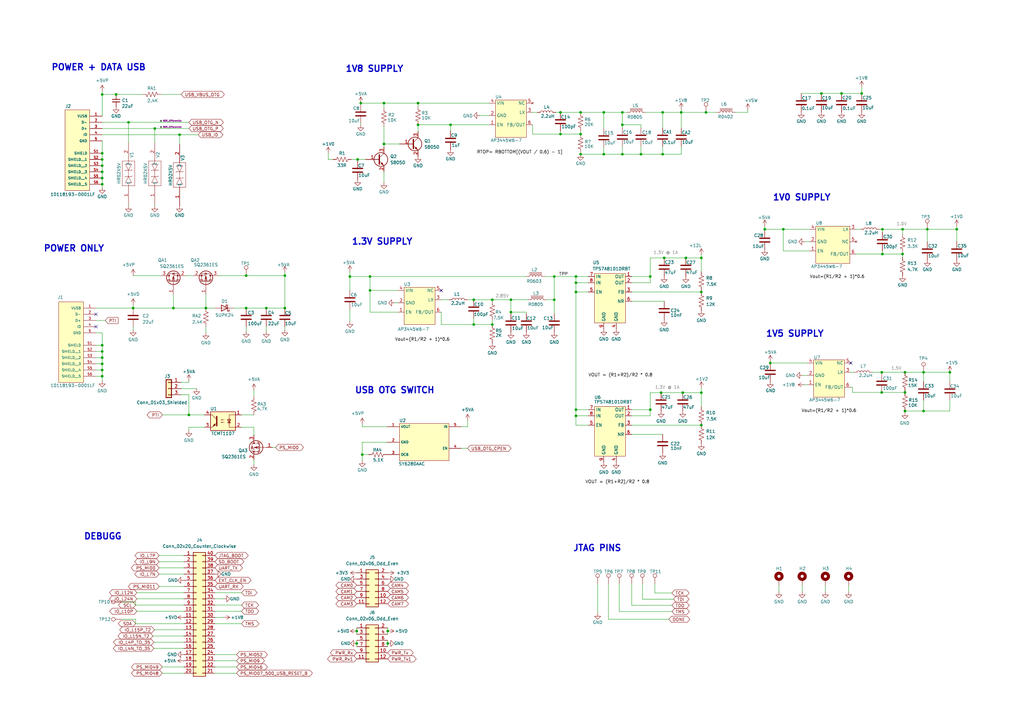
<source format=kicad_sch>
(kicad_sch (version 20231120) (generator "eeschema") (generator_version "8.0")
  (paper "A3")
  (junction (at 171.45 51.181))
  (junction (at 171.45 42.291))
  (junction (at 41.91 70.485))
  (junction (at 201.93 122.936))
  (junction (at 279.4 46.101))
  (junction (at 378.7902 152.7048))
  (junction (at 371.1702 152.7048))
  (junction (at 116.84 113.03))
  (junction (at 287.655 119.761))
  (junction (at 313.6646 94.0308))
  (junction (at 378.7902 168.5798))
  (junction (at 146.304 263.906))
  (junction (at 255.27 46.101))
  (junction (at 229.87 54.991))
  (junction (at 41.91 67.945))
  (junction (at 361.9246 104.1908))
  (junction (at 236.22 113.411))
  (junction (at 247.65 46.101))
  (junction (at 41.91 154.305))
  (junction (at 361.9246 94.0308))
  (junction (at 147.955 42.291))
  (junction (at 236.22 119.761))
  (junction (at 370.1796 104.1908))
  (junction (at 201.93 133.096))
  (junction (at 151.765 113.411))
  (junction (at 54.61 126.365))
  (junction (at 47.625 38.735))
  (junction (at 227.33 113.411))
  (junction (at 157.48 59.055))
  (junction (at 77.47 170.18))
  (junction (at 41.91 146.685))
  (junction (at 159.004 258.826))
  (junction (at 41.91 75.565))
  (junction (at 315.9252 148.8948))
  (junction (at 238.125 46.101))
  (junction (at 238.125 54.991))
  (junction (at 287.655 105.791))
  (junction (at 361.6452 152.7048))
  (junction (at 287.655 174.371))
  (junction (at 73.66 55.245))
  (junction (at 148.59 186.436))
  (junction (at 272.415 105.791))
  (junction (at 371.1702 160.9598))
  (junction (at 159.004 263.906))
  (junction (at 380.3396 94.0308))
  (junction (at 41.91 65.405))
  (junction (at 236.22 170.561))
  (junction (at 116.84 126.365))
  (junction (at 209.55 128.016))
  (junction (at 287.655 161.036))
  (junction (at 109.22 126.365))
  (junction (at 52.705 50.165))
  (junction (at 392.4046 94.0308))
  (junction (at 100.965 113.03))
  (junction (at 41.91 151.765))
  (junction (at 238.125 63.246))
  (junction (at 389.5852 152.7048))
  (junction (at 371.1702 168.5798))
  (junction (at 41.91 62.865))
  (junction (at 353.4156 38.3286))
  (junction (at 209.55 122.936))
  (junction (at 321.2846 94.0308))
  (junction (at 41.91 73.025))
  (junction (at 271.145 161.036))
  (junction (at 143.51 113.411))
  (junction (at 280.035 161.036))
  (junction (at 236.22 115.951))
  (junction (at 41.91 38.735))
  (junction (at 281.305 105.791))
  (junction (at 146.685 65.405))
  (junction (at 41.91 149.225))
  (junction (at 146.304 258.826))
  (junction (at 194.31 122.936))
  (junction (at 100.965 126.365))
  (junction (at 71.12 126.365))
  (junction (at 271.78 46.101))
  (junction (at 262.89 63.246))
  (junction (at 266.7 113.411))
  (junction (at 236.22 168.021))
  (junction (at 184.785 51.181))
  (junction (at 194.31 133.096))
  (junction (at 370.1796 94.0308))
  (junction (at 41.91 141.605))
  (junction (at 271.78 63.246))
  (junction (at 41.91 144.145))
  (junction (at 255.27 63.246))
  (junction (at 227.33 122.936))
  (junction (at 63.5 52.705))
  (junction (at 157.48 42.291))
  (junction (at 289.56 46.101))
  (junction (at 336.9056 38.3286))
  (junction (at 266.7 168.021))
  (junction (at 345.1606 38.3286))
  (junction (at 255.27 51.181))
  (junction (at 151.765 119.126))
  (junction (at 229.87 46.101))
  (junction (at 247.65 63.246))
  (junction (at 84.455 126.365))
  (junction (at 361.6452 160.9598))
  (no_connect (at 180.975 119.126))
  (no_connect (at 348.9452 148.8948))
  (no_connect (at 39.37 133.985))
  (no_connect (at 39.37 128.905))
  (wire (pts (xy 56.134 243.078) (xy 75.438 243.078)))
  (wire (pts (xy 259.08 174.371) (xy 287.655 174.371)))
  (wire (pts (xy 306.705 45.085) (xy 306.705 46.101)))
  (wire (pts (xy 55.626 246.888) (xy 55.626 248.158)))
  (wire (pts (xy 146.685 65.405) (xy 149.86 65.405)))
  (wire (pts (xy 313.6646 94.0308) (xy 313.6646 94.6658)))
  (wire (pts (xy 151.765 113.411) (xy 151.765 119.126)))
  (wire (pts (xy 39.37 149.225) (xy 41.91 149.225)))
  (wire (pts (xy 41.91 50.165) (xy 52.705 50.165)))
  (wire (pts (xy 247.65 46.101) (xy 255.27 46.101)))
  (wire (pts (xy 56.134 245.618) (xy 75.438 245.618)))
  (wire (pts (xy 158.75 181.356) (xy 148.59 181.356)))
  (wire (pts (xy 229.87 46.101) (xy 238.125 46.101)))
  (wire (pts (xy 39.37 126.365) (xy 54.61 126.365)))
  (wire (pts (xy 249.555 239.395) (xy 249.555 254)))
  (wire (pts (xy 275.59 243.205) (xy 268.605 243.205)))
  (wire (pts (xy 361.9246 94.0308) (xy 370.1796 94.0308)))
  (wire (pts (xy 271.78 46.101) (xy 271.78 52.451)))
  (wire (pts (xy 319.4812 242.7224) (xy 319.4812 240.1824)))
  (wire (pts (xy 236.22 174.371) (xy 241.3 174.371)))
  (wire (pts (xy 264.795 46.101) (xy 271.78 46.101)))
  (wire (pts (xy 55.626 254) (xy 55.626 255.778)))
  (wire (pts (xy 245.11 239.395) (xy 245.11 251.46)))
  (wire (pts (xy 236.22 113.411) (xy 236.22 115.951)))
  (wire (pts (xy 100.965 135.89) (xy 100.965 133.985)))
  (wire (pts (xy 236.22 170.561) (xy 236.22 174.371)))
  (wire (pts (xy 209.55 122.936) (xy 216.535 122.936)))
  (wire (pts (xy 171.45 51.181) (xy 184.785 51.181)))
  (wire (pts (xy 84.455 126.365) (xy 84.455 120.65)))
  (wire (pts (xy 189.23 183.896) (xy 191.77 183.896)))
  (wire (pts (xy 370.1796 104.1908) (xy 370.1796 105.4608)))
  (wire (pts (xy 65.278 230.378) (xy 75.438 230.378)))
  (wire (pts (xy 209.55 128.651) (xy 209.55 128.016)))
  (wire (pts (xy 345.1606 38.3286) (xy 353.4156 38.3286)))
  (wire (pts (xy 259.08 123.571) (xy 272.415 123.571)))
  (wire (pts (xy 99.06 175.26) (xy 104.14 175.26)))
  (wire (pts (xy 276.225 245.745) (xy 263.525 245.745)))
  (wire (pts (xy 279.4 46.101) (xy 279.4 52.451)))
  (wire (pts (xy 63.119 263.398) (xy 75.438 263.398)))
  (wire (pts (xy 255.27 46.101) (xy 255.27 51.181)))
  (wire (pts (xy 223.52 113.411) (xy 227.33 113.411)))
  (wire (pts (xy 159.004 262.636) (xy 159.004 263.906)))
  (wire (pts (xy 351.1296 104.1908) (xy 361.9246 104.1908)))
  (wire (pts (xy 238.125 46.101) (xy 247.65 46.101)))
  (wire (pts (xy 159.004 257.556) (xy 159.004 258.826)))
  (wire (pts (xy 75.438 273.558) (xy 66.548 273.558)))
  (wire (pts (xy 262.89 63.246) (xy 255.27 63.246)))
  (wire (pts (xy 146.304 258.826) (xy 146.304 260.096)))
  (wire (pts (xy 315.9252 148.2598) (xy 315.9252 148.8948)))
  (wire (pts (xy 157.48 42.291) (xy 171.45 42.291)))
  (wire (pts (xy 247.65 63.246) (xy 255.27 63.246)))
  (wire (pts (xy 180.975 122.936) (xy 184.15 122.936)))
  (wire (pts (xy 371.1702 168.5798) (xy 378.7902 168.5798)))
  (wire (pts (xy 360.6546 94.0308) (xy 361.9246 94.0308)))
  (wire (pts (xy 143.51 113.411) (xy 143.51 119.126)))
  (wire (pts (xy 180.975 133.096) (xy 180.975 128.016)))
  (wire (pts (xy 84.455 136.525) (xy 84.455 133.985)))
  (wire (pts (xy 63.5 84.455) (xy 63.5 83.82)))
  (wire (pts (xy 370.1796 94.0308) (xy 370.1796 95.9358)))
  (wire (pts (xy 39.37 131.445) (xy 43.18 131.445)))
  (wire (pts (xy 144.145 65.405) (xy 146.685 65.405)))
  (wire (pts (xy 271.145 161.036) (xy 280.035 161.036)))
  (wire (pts (xy 159.004 258.826) (xy 159.004 260.096)))
  (wire (pts (xy 255.27 51.181) (xy 255.27 52.451)))
  (wire (pts (xy 52.705 84.455) (xy 52.705 83.82)))
  (wire (pts (xy 157.48 70.485) (xy 157.48 74.93)))
  (wire (pts (xy 289.56 46.101) (xy 294.005 46.101)))
  (wire (pts (xy 371.1702 160.9598) (xy 371.1702 160.3248)))
  (wire (pts (xy 63.373 258.318) (xy 75.438 258.318)))
  (wire (pts (xy 236.22 115.951) (xy 241.3 115.951)))
  (wire (pts (xy 361.6452 152.7048) (xy 371.1702 152.7048)))
  (wire (pts (xy 88.138 271.018) (xy 97.028 271.018)))
  (wire (pts (xy 287.655 111.506) (xy 287.655 105.791)))
  (wire (pts (xy 229.87 54.991) (xy 229.87 53.721)))
  (wire (pts (xy 353.4156 38.3286) (xy 353.4156 35.7886)))
  (wire (pts (xy 380.3396 94.0308) (xy 392.4046 94.0308)))
  (wire (pts (xy 238.125 63.246) (xy 238.125 62.611)))
  (wire (pts (xy 351.1296 94.0308) (xy 353.0346 94.0308)))
  (wire (pts (xy 77.47 175.26) (xy 83.82 175.26)))
  (wire (pts (xy 272.415 105.791) (xy 281.305 105.791)))
  (wire (pts (xy 259.08 119.761) (xy 287.655 119.761)))
  (wire (pts (xy 104.14 160.02) (xy 104.14 162.56)))
  (wire (pts (xy 349.6449 158.8008) (xy 349.6449 160.9598)))
  (wire (pts (xy 236.22 170.561) (xy 241.3 170.561)))
  (wire (pts (xy 148.59 188.976) (xy 148.59 186.436)))
  (wire (pts (xy 84.455 126.365) (xy 88.265 126.365)))
  (wire (pts (xy 157.48 59.055) (xy 163.83 59.055)))
  (wire (pts (xy 218.44 46.101) (xy 220.345 46.101)))
  (wire (pts (xy 104.14 170.18) (xy 99.06 170.18)))
  (wire (pts (xy 201.93 122.936) (xy 209.55 122.936)))
  (wire (pts (xy 171.45 42.291) (xy 200.66 42.291)))
  (wire (pts (xy 218.44 54.991) (xy 218.44 51.181)))
  (wire (pts (xy 56.134 250.698) (xy 75.438 250.698)))
  (wire (pts (xy 255.27 51.181) (xy 262.89 51.181)))
  (wire (pts (xy 171.45 51.181) (xy 171.45 53.975)))
  (wire (pts (xy 89.535 113.03) (xy 100.965 113.03)))
  (wire (pts (xy 39.37 144.145) (xy 41.91 144.145)))
  (wire (pts (xy 236.22 119.761) (xy 241.3 119.761)))
  (wire (pts (xy 41.91 151.765) (xy 41.91 154.305)))
  (wire (pts (xy 361.6452 152.7048) (xy 361.6452 153.3398)))
  (wire (pts (xy 370.1796 104.1908) (xy 361.9246 104.1908)))
  (wire (pts (xy 389.5852 164.1348) (xy 389.5852 168.5798)))
  (wire (pts (xy 151.765 128.016) (xy 163.195 128.016)))
  (wire (pts (xy 184.785 51.181) (xy 184.785 53.721)))
  (wire (pts (xy 47.625 38.735) (xy 58.42 38.735)))
  (wire (pts (xy 41.91 149.225) (xy 41.91 151.765)))
  (wire (pts (xy 147.955 42.291) (xy 147.955 42.926)))
  (wire (pts (xy 88.138 276.098) (xy 97.028 276.098)))
  (wire (pts (xy 194.31 122.936) (xy 201.93 122.936)))
  (wire (pts (xy 338.5312 242.7224) (xy 338.5312 240.1824)))
  (wire (pts (xy 134.62 65.405) (xy 134.62 62.865)))
  (wire (pts (xy 104.14 190.5) (xy 104.14 188.595)))
  (wire (pts (xy 238.125 63.246) (xy 247.65 63.246)))
  (wire (pts (xy 254 239.395) (xy 254 250.825)))
  (wire (pts (xy 116.84 113.03) (xy 116.84 126.365)))
  (wire (pts (xy 201.93 122.936) (xy 201.93 123.571)))
  (wire (pts (xy 41.91 67.945) (xy 41.91 70.485)))
  (wire (pts (xy 41.91 37.465) (xy 41.91 38.735)))
  (wire (pts (xy 41.91 76.835) (xy 41.91 75.565)))
  (wire (pts (xy 41.91 55.245) (xy 73.66 55.245)))
  (wire (pts (xy 71.12 126.365) (xy 71.12 120.65)))
  (wire (pts (xy 328.6506 38.3286) (xy 336.9056 38.3286)))
  (wire (pts (xy 392.4046 94.0308) (xy 392.4046 99.1108)))
  (wire (pts (xy 146.304 262.636) (xy 146.304 263.906)))
  (wire (pts (xy 41.91 146.685) (xy 41.91 149.225)))
  (wire (pts (xy 227.33 113.411) (xy 236.22 113.411)))
  (wire (pts (xy 77.47 156.21) (xy 77.47 156.845)))
  (wire (pts (xy 224.155 122.936) (xy 227.33 122.936)))
  (wire (pts (xy 39.37 154.305) (xy 41.91 154.305)))
  (wire (pts (xy 39.37 141.605) (xy 41.91 141.605)))
  (wire (pts (xy 238.125 53.721) (xy 238.125 54.991)))
  (wire (pts (xy 88.138 273.558) (xy 97.028 273.558)))
  (wire (pts (xy 227.965 46.101) (xy 229.87 46.101)))
  (wire (pts (xy 146.304 263.906) (xy 146.304 265.176)))
  (wire (pts (xy 389.5852 152.7048) (xy 389.5852 156.5148)))
  (wire (pts (xy 262.89 60.071) (xy 262.89 63.246)))
  (wire (pts (xy 151.765 113.411) (xy 215.9 113.411)))
  (wire (pts (xy 287.655 119.126) (xy 287.655 119.761)))
  (wire (pts (xy 39.37 151.765) (xy 41.91 151.765)))
  (wire (pts (xy 39.37 146.685) (xy 41.91 146.685)))
  (wire (pts (xy 159.004 263.906) (xy 159.004 265.176)))
  (wire (pts (xy 313.6646 92.7608) (xy 313.6646 94.0308)))
  (wire (pts (xy 249.555 254) (xy 274.32 254)))
  (wire (pts (xy 73.66 55.245) (xy 73.66 59.055)))
  (wire (pts (xy 266.7 161.036) (xy 271.145 161.036)))
  (wire (pts (xy 52.705 50.165) (xy 52.705 58.42)))
  (wire (pts (xy 41.91 47.625) (xy 41.91 38.735)))
  (wire (pts (xy 148.59 186.436) (xy 151.13 186.436)))
  (wire (pts (xy 113.03 183.515) (xy 111.76 183.515)))
  (wire (pts (xy 259.08 113.411) (xy 266.7 113.411)))
  (wire (pts (xy 180.975 133.096) (xy 194.31 133.096)))
  (wire (pts (xy 287.655 161.036) (xy 280.035 161.036)))
  (wire (pts (xy 41.91 144.145) (xy 41.91 146.685)))
  (wire (pts (xy 75.438 276.098) (xy 66.548 276.098)))
  (wire (pts (xy 91.694 245.618) (xy 88.138 245.618)))
  (wire (pts (xy 77.47 156.845) (xy 74.295 156.845)))
  (wire (pts (xy 39.37 136.525) (xy 41.91 136.525)))
  (wire (pts (xy 315.9252 148.8948) (xy 331.1652 148.8948)))
  (wire (pts (xy 287.655 161.036) (xy 287.655 166.751)))
  (wire (pts (xy 88.138 243.078) (xy 99.06 243.078)))
  (wire (pts (xy 65.278 240.538) (xy 75.438 240.538)))
  (wire (pts (xy 55.626 246.888) (xy 49.784 246.888)))
  (wire (pts (xy 392.4046 92.7608) (xy 392.4046 94.0308)))
  (wire (pts (xy 370.1796 94.0308) (xy 380.3396 94.0308)))
  (wire (pts (xy 255.27 46.101) (xy 257.175 46.101)))
  (wire (pts (xy 83.82 170.18) (xy 77.47 170.18)))
  (wire (pts (xy 279.4 44.831) (xy 279.4 46.101)))
  (wire (pts (xy 287.655 104.521) (xy 287.655 105.791)))
  (wire (pts (xy 100.965 126.365) (xy 109.22 126.365)))
  (wire (pts (xy 77.47 170.18) (xy 66.675 170.18)))
  (wire (pts (xy 361.9246 94.0308) (xy 361.9246 95.3008)))
  (wire (pts (xy 247.65 46.101) (xy 247.65 52.705)))
  (wire (pts (xy 209.55 122.936) (xy 209.55 128.016)))
  (wire (pts (xy 266.7 115.951) (xy 266.7 113.411)))
  (wire (pts (xy 209.55 128.016) (xy 215.9 128.016)))
  (wire (pts (xy 201.93 131.191) (xy 201.93 133.096)))
  (wire (pts (xy 116.84 113.03) (xy 100.965 113.03)))
  (wire (pts (xy 266.7 113.411) (xy 266.7 105.791)))
  (wire (pts (xy 88.138 268.478) (xy 97.028 268.478)))
  (wire (pts (xy 189.23 175.006) (xy 191.77 175.006)))
  (wire (pts (xy 95.885 126.365) (xy 100.965 126.365)))
  (wire (pts (xy 41.91 70.485) (xy 41.91 73.025)))
  (wire (pts (xy 41.91 154.305) (xy 41.91 156.21)))
  (wire (pts (xy 157.48 51.816) (xy 157.48 59.055)))
  (wire (pts (xy 266.7 161.036) (xy 266.7 168.021)))
  (wire (pts (xy 380.3396 94.0308) (xy 380.3396 99.1108)))
  (wire (pts (xy 71.12 126.365) (xy 84.455 126.365)))
  (wire (pts (xy 275.59 250.825) (xy 254 250.825)))
  (wire (pts (xy 329.2602 153.9748) (xy 331.1652 153.9748)))
  (wire (pts (xy 143.51 111.506) (xy 143.51 113.411)))
  (wire (pts (xy 63.5 52.705) (xy 63.5 58.42)))
  (wire (pts (xy 196.85 47.371) (xy 200.66 47.371)))
  (wire (pts (xy 361.9246 102.9208) (xy 361.9246 104.1908)))
  (wire (pts (xy 378.7902 152.7048) (xy 389.5852 152.7048)))
  (wire (pts (xy 287.655 159.131) (xy 287.655 161.036)))
  (wire (pts (xy 321.2846 94.0308) (xy 321.2846 102.9208)))
  (wire (pts (xy 54.61 126.365) (xy 71.12 126.365)))
  (wire (pts (xy 259.08 168.021) (xy 266.7 168.021)))
  (wire (pts (xy 313.6646 94.0308) (xy 321.2846 94.0308)))
  (wire (pts (xy 148.59 181.356) (xy 148.59 186.436)))
  (wire (pts (xy 146.304 257.556) (xy 146.304 258.826)))
  (wire (pts (xy 151.765 119.126) (xy 163.195 119.126)))
  (wire (pts (xy 148.59 175.006) (xy 148.59 173.99)))
  (wire (pts (xy 236.22 115.951) (xy 236.22 119.761)))
  (wire (pts (xy 77.47 161.925) (xy 77.47 170.18)))
  (wire (pts (xy 194.31 130.556) (xy 194.31 133.096)))
  (wire (pts (xy 151.765 119.126) (xy 151.765 128.016)))
  (wire (pts (xy 171.45 42.291) (xy 171.45 43.561)))
  (wire (pts (xy 287.655 105.791) (xy 281.305 105.791)))
  (wire (pts (xy 55.626 254) (xy 49.784 254)))
  (wire (pts (xy 236.22 168.021) (xy 236.22 170.561)))
  (wire (pts (xy 259.08 170.561) (xy 266.7 170.561)))
  (wire (pts (xy 378.7902 152.7048) (xy 378.7902 156.5148)))
  (wire (pts (xy 259.08 239.395) (xy 259.08 248.285)))
  (wire (pts (xy 74.295 38.735) (xy 66.04 38.735)))
  (wire (pts (xy 236.22 119.761) (xy 236.22 168.021)))
  (wire (pts (xy 321.2846 94.0308) (xy 332.0796 94.0308)))
  (wire (pts (xy 41.91 57.785) (xy 41.91 62.865)))
  (wire (pts (xy 54.61 113.03) (xy 66.04 113.03)))
  (wire (pts (xy 184.785 51.181) (xy 200.66 51.181)))
  (wire (pts (xy 321.2846 102.9208) (xy 332.0796 102.9208)))
  (wire (pts (xy 41.91 62.865) (xy 41.91 65.405)))
  (wire (pts (xy 63.5 52.705) (xy 77.47 52.705)))
  (wire (pts (xy 73.66 55.245) (xy 81.28 55.245)))
  (wire (pts (xy 104.14 175.26) (xy 104.14 178.435)))
  (wire (pts (xy 76.2 113.03) (xy 79.375 113.03)))
  (wire (pts (xy 227.33 128.651) (xy 227.33 122.936)))
  (wire (pts (xy 266.7 105.791) (xy 272.415 105.791)))
  (wire (pts (xy 271.78 60.071) (xy 271.78 63.246)))
  (wire (pts (xy 41.91 136.525) (xy 41.91 141.605)))
  (wire (pts (xy 65.278 227.838) (xy 75.438 227.838)))
  (wire (pts (xy 349.6449 160.9598) (xy 361.6452 160.9598)))
  (wire (pts (xy 41.91 52.705) (xy 63.5 52.705)))
  (wire (pts (xy 54.61 125.095) (xy 54.61 126.365)))
  (wire (pts (xy 77.47 161.925) (xy 74.295 161.925)))
  (wire (pts (xy 348.0562 242.7224) (xy 348.0562 240.1824)))
  (wire (pts (xy 77.47 176.53) (xy 77.47 175.26)))
  (wire (pts (xy 62.738 260.858) (xy 75.438 260.858)))
  (wire (pts (xy 88.138 255.778) (xy 99.06 255.778)))
  (wire (pts (xy 357.8352 152.7048) (xy 361.6452 152.7048)))
  (wire (pts (xy 247.65 60.325) (xy 247.65 63.246)))
  (wire (pts (xy 329.8952 157.7848) (xy 331.1652 157.7848)))
  (wire (pts (xy 88.138 248.158) (xy 99.06 248.158)))
  (wire (pts (xy 266.7 168.021) (xy 266.7 170.561)))
  (wire (pts (xy 191.77 122.936) (xy 194.31 122.936)))
  (wire (pts (xy 371.1702 168.5798) (xy 371.1702 169.2148)))
  (wire (pts (xy 306.705 46.101) (xy 301.625 46.101)))
  (wire (pts (xy 361.6452 160.9598) (xy 371.1702 160.9598)))
  (wire (pts (xy 41.91 73.025) (xy 41.91 75.565)))
  (wire (pts (xy 332.0796 99.1108) (xy 330.1746 99.1108)))
  (wire (pts (xy 65.278 235.458) (xy 75.438 235.458)))
  (wire (pts (xy 371.1702 152.7048) (xy 378.7902 152.7048)))
  (wire (pts (xy 263.525 245.745) (xy 263.525 239.395)))
  (wire (pts (xy 109.22 135.89) (xy 109.22 133.985)))
  (wire (pts (xy 63.119 265.938) (xy 75.438 265.938)))
  (wire (pts (xy 147.955 42.291) (xy 157.48 42.291)))
  (wire (pts (xy 194.31 133.096) (xy 201.93 133.096)))
  (wire (pts (xy 218.44 54.991) (xy 229.87 54.991)))
  (wire (pts (xy 348.9452 152.7048) (xy 350.2152 152.7048)))
  (wire (pts (xy 41.91 38.735) (xy 47.625 38.735)))
  (wire (pts (xy 147.955 50.546) (xy 147.955 51.181)))
  (wire (pts (xy 336.9056 38.3286) (xy 345.1606 38.3286)))
  (wire (pts (xy 229.87 54.991) (xy 238.125 54.991)))
  (wire (pts (xy 227.33 113.411) (xy 227.33 122.936)))
  (wire (pts (xy 134.62 65.405) (xy 136.525 65.405)))
  (wire (pts (xy 88.138 250.698) (xy 99.06 250.698)))
  (wire (pts (xy 74.295 159.385) (xy 80.645 159.385)))
  (wire (pts (xy 116.84 133.985) (xy 116.84 135.255)))
  (wire (pts (xy 146.685 65.405) (xy 146.685 66.04)))
  (wire (pts (xy 259.08 115.951) (xy 266.7 115.951)))
  (wire (pts (xy 55.626 255.778) (xy 75.438 255.778)))
  (wire (pts (xy 54.61 135.255) (xy 54.61 133.985)))
  (wire (pts (xy 259.08 178.181) (xy 271.78 178.181)))
  (wire (pts (xy 109.22 126.365) (xy 116.84 126.365)))
  (wire (pts (xy 236.22 168.021) (xy 241.3 168.021)))
  (wire (pts (xy 65.278 232.918) (xy 75.438 232.918)))
  (wire (pts (xy 279.4 60.071) (xy 279.4 63.246)))
  (wire (pts (xy 262.89 51.181) (xy 262.89 52.451)))
  (wire (pts (xy 143.51 131.826) (xy 143.51 126.746)))
  (wire (pts (xy 215.9 128.016) (xy 215.9 128.651)))
  (wire (pts (xy 255.27 60.071) (xy 255.27 63.246)))
  (wire (pts (xy 41.91 65.405) (xy 41.91 67.945)))
  (wire (pts (xy 236.22 113.411) (xy 241.3 113.411)))
  (wire (pts (xy 41.91 141.605) (xy 41.91 144.145)))
  (wire (pts (xy 157.48 42.291) (xy 157.48 44.196)))
  (wire (pts (xy 268.605 239.395) (xy 268.605 243.205)))
  (wire (pts (xy 88.138 253.238) (xy 91.694 253.238)))
  (wire (pts (xy 161.925 124.206) (xy 163.195 124.206)))
  (wire (pts (xy 52.705 50.165) (xy 77.47 50.165)))
  (wire (pts (xy 329.0062 242.7224) (xy 329.0062 240.1824)))
  (wire (pts (xy 370.1796 103.5558) (xy 370.1796 104.1908)))
  (wire (pts (xy 348.9452 158.8008) (xy 349.6449 158.8008)))
  (wire (pts (xy 158.75 175.006) (xy 148.59 175.006)))
  (wire (pts (xy 275.59 248.285) (xy 259.08 248.285)))
  (wire (pts (xy 143.51 113.411) (xy 151.765 113.411)))
  (wire (pts (xy 262.89 63.246) (xy 271.78 63.246)))
  (wire (pts (xy 191.77 172.466) (xy 191.77 175.006)))
  (wire (pts (xy 378.7902 164.1348) (xy 378.7902 168.5798)))
  (wire (pts (xy 116.84 111.76) (xy 116.84 113.03)))
  (wire (pts (xy 389.5852 168.5798) (xy 378.7902 168.5798)))
  (wire (pts (xy 271.78 46.101) (xy 279.4 46.101)))
  (wire (pts (xy 279.4 46.101) (xy 289.56 46.101)))
  (wire (pts (xy 279.4 63.246) (xy 271.78 63.246)))
  (wire (pts (xy 157.48 59.055) (xy 157.48 60.325)))
  (wire (pts (xy 55.626 248.158) (xy 75.438 248.158)))
  (text "1.3V @ 1A\n" (at 268.605 159.766 0) (effects (font (size 1.27 1.27)) (justify left bottom)))
  (text "POWER + DATA USB" (at 20.955 29.21 0) (effects (font (size 2.54 2.54) (bold yes)) (justify left bottom)))
  (text "RTOP= RBOTTOM[(VOUT / 0.6) - 1]" (at 195.58 63.246 0) (effects (font (size 1.27 1.27)) (justify left bottom)))
  (text "POWER ONLY" (at 17.78 103.505 0) (effects (font (size 2.54 2.54) (bold yes)) (justify left bottom)))
  (text "1V0 SUPPLY" (at 316.8396 82.6008 0) (effects (font (size 2.54 2.54) (thickness 0.508) (bold yes)) (justify left bottom)))
  (text "DEBUGG\n" (at 34.29 221.615 0) (effects (font (size 2.54 2.54) (thickness 0.508) (bold yes)) (justify left bottom)))
  (text "1.0V\n" (at 367.6396 92.7608 0) (effects (font (size 1.27 1.27)) (justify left bottom)))
  (text "1.3V @ 1A\n" (at 267.97 104.521 0) (effects (font (size 1.27 1.27)) (justify left bottom)))
  (text "JTAG PINS\n " (at 234.95 230.505 0) (effects (font (size 2.54 2.54) (thickness 0.508) (bold yes)) (justify left bottom)))
  (text "Vout=(R1/R2 + 1)*0.6\n" (at 332.0796 114.3508 0) (effects (font (size 1.27 1.27)) (justify left bottom)))
  (text "2.85V\n" (at 203.2 122.301 0) (effects (font (size 1.27 1.27)) (justify left bottom)))
  (text "1V8 SUPPLY" (at 141.605 29.845 0) (effects (font (size 2.54 2.54) (thickness 0.508) (bold yes)) (justify left bottom)))
  (text "1.3V SUPPLY" (at 144.145 100.711 0) (effects (font (size 2.54 2.54) (thickness 0.508) (bold yes)) (justify left bottom)))
  (text "VOUT = (R1+R2)/R2 * 0.8\n" (at 241.3 154.686 0) (effects (font (size 1.27 1.27)) (justify left bottom)))
  (text "Vout=(R1/R2 + 1)*0.6\n" (at 161.925 140.081 0) (effects (font (size 1.27 1.27)) (justify left bottom)))
  (text "Vout=(R1/R2 + 1)*0.6\n" (at 328.7129 169.328 0) (effects (font (size 1.27 1.27)) (justify left bottom)))
  (text "USB OTG SWITCH" (at 145.415 161.671 0) (effects (font (size 2.54 2.54) (thickness 0.508) (bold yes)) (justify left bottom)))
  (text "1V5 SUPPLY" (at 314.0202 138.4808 0) (effects (font (size 2.54 2.54) (thickness 0.508) (bold yes)) (justify left bottom)))
  (text "VOUT = (R1+R2)/R2 * 0.8\n" (at 240.03 198.501 0) (effects (font (size 1.27 1.27)) (justify left bottom)))
  (text "1.5V\n" (at 365.4986 151.9413 0) (effects (font (size 1.27 1.27)) (justify left bottom)))
  (label "TPP" (at 229.235 113.411 0))
  (global_label "JTAG_BOOT" (shape bidirectional) (at 88.138 227.838 0) (property "Intersheetrefs" "${INTERSHEET_REFS}" (effects (hide yes))))
  (global_label "IO_L15P_T2" (shape bidirectional) (at 63.373 258.318 180) (property "Intersheetrefs" "${INTERSHEET_REFS}" (effects (hide yes))))
  (global_label "IO_L4N_TO_35" (shape bidirectional) (at 63.119 265.938 180) (property "Intersheetrefs" "${INTERSHEET_REFS}" (effects (hide yes))))
  (global_label "SCL" (shape bidirectional) (at 55.626 248.158 180) (property "Intersheetrefs" "${INTERSHEET_REFS}" (effects (hide yes))))
  (global_label "PWR_Tx1" (shape bidirectional) (at 159.004 270.256 0) (property "Intersheetrefs" "${INTERSHEET_REFS}" (effects (hide yes))))
  (global_label "TDI" (shape bidirectional) (at 276.225 245.745 0) (property "Intersheetrefs" "${INTERSHEET_REFS}" (effects (hide yes))))
  (global_label "IO_L9N" (shape bidirectional) (at 65.278 230.378 180) (property "Intersheetrefs" "${INTERSHEET_REFS}" (effects (hide yes))))
  (global_label "USB_OTG_CPEN" (shape bidirectional) (at 191.77 183.896 0) (property "Intersheetrefs" "${INTERSHEET_REFS}" (effects (hide yes))))
  (global_label "PS_MI09" (shape bidirectional) (at 97.028 271.018 0) (property "Intersheetrefs" "${INTERSHEET_REFS}" (effects (hide yes))))
  (global_label "USB_VBUS_OTG" (shape bidirectional) (at 74.295 38.735 0) (property "Intersheetrefs" "${INTERSHEET_REFS}" (effects (hide yes))))
  (global_label "CAM2" (shape bidirectional) (at 146.304 245.11 180) (property "Intersheetrefs" "${INTERSHEET_REFS}" (effects (hide yes))))
  (global_label "CAM1" (shape bidirectional) (at 146.304 242.57 180) (property "Intersheetrefs" "${INTERSHEET_REFS}" (effects (hide yes))))
  (global_label "PS_MI011" (shape bidirectional) (at 65.278 240.538 180) (property "Intersheetrefs" "${INTERSHEET_REFS}" (effects (hide yes))))
  (global_label "IO_L7P" (shape bidirectional) (at 65.278 227.838 180) (property "Intersheetrefs" "${INTERSHEET_REFS}" (effects (hide yes))))
  (global_label "TMS" (shape bidirectional) (at 275.59 250.825 0) (property "Intersheetrefs" "${INTERSHEET_REFS}" (effects (hide yes))))
  (global_label "TDO" (shape bidirectional) (at 99.06 250.698 0) (property "Intersheetrefs" "${INTERSHEET_REFS}" (effects (hide yes))))
  (global_label "PS_MI00" (shape bidirectional) (at 65.278 232.918 180) (property "Intersheetrefs" "${INTERSHEET_REFS}" (effects (hide yes))))
  (global_label "CAM3" (shape bidirectional) (at 146.304 247.65 180) (property "Intersheetrefs" "${INTERSHEET_REFS}" (effects (hide yes))))
  (global_label "CAM0" (shape bidirectional) (at 146.304 240.03 180) (property "Intersheetrefs" "${INTERSHEET_REFS}" (effects (hide yes))))
  (global_label "DONE" (shape bidirectional) (at 274.32 254 0) (property "Intersheetrefs" "${INTERSHEET_REFS}" (effects (hide yes))))
  (global_label "USB_OTG_P" (shape bidirectional) (at 77.47 52.705 0) (property "Intersheetrefs" "${INTERSHEET_REFS}" (effects (hide yes))))
  (global_label "USB_OTG_N" (shape bidirectional) (at 77.47 50.165 0) (property "Intersheetrefs" "${INTERSHEET_REFS}" (effects (hide yes))))
  (global_label "CAM6" (shape bidirectional) (at 159.004 245.11 0) (property "Intersheetrefs" "${INTERSHEET_REFS}" (effects (hide yes))))
  (global_label "TDI" (shape bidirectional) (at 99.06 243.078 0) (property "Intersheetrefs" "${INTERSHEET_REFS}" (effects (hide yes))))
  (global_label "IO_L10P" (shape bidirectional) (at 56.134 250.698 180) (property "Intersheetrefs" "${INTERSHEET_REFS}" (effects (hide yes))))
  (global_label "SDA" (shape bidirectional) (at 55.626 255.778 180) (property "Intersheetrefs" "${INTERSHEET_REFS}" (effects (hide yes))))
  (global_label "PTI" (shape bidirectional) (at 66.675 170.18 180) (property "Intersheetrefs" "${INTERSHEET_REFS}" (effects (hide yes))))
  (global_label "EXT_CLK_EN" (shape bidirectional) (at 88.138 237.998 0) (property "Intersheetrefs" "${INTERSHEET_REFS}" (effects (hide yes))))
  (global_label "IO_L4P_TO_35" (shape bidirectional) (at 63.119 263.398 180) (property "Intersheetrefs" "${INTERSHEET_REFS}" (effects (hide yes))))
  (global_label "PS_MIO07_500_USB_RESET_B" (shape bidirectional) (at 97.028 276.098 0) (property "Intersheetrefs" "${INTERSHEET_REFS}" (effects (hide yes))))
  (global_label "PS_MI049" (shape bidirectional) (at 66.548 273.558 180) (property "Intersheetrefs" "${INTERSHEET_REFS}" (effects (hide yes))))
  (global_label "PWR_Tx" (shape bidirectional) (at 159.004 267.716 0) (property "Intersheetrefs" "${INTERSHEET_REFS}" (effects (hide yes))))
  (global_label "PS_MI048" (shape bidirectional) (at 66.548 276.098 180) (property "Intersheetrefs" "${INTERSHEET_REFS}" (effects (hide yes))))
  (global_label "PS_MI00" (shape bidirectional) (at 113.03 183.515 0) (property "Intersheetrefs" "${INTERSHEET_REFS}" (effects (hide yes))))
  (global_label "TCK" (shape bidirectional) (at 99.06 248.158 0) (property "Intersheetrefs" "${INTERSHEET_REFS}" (effects (hide yes))))
  (global_label "IO_L24N" (shape bidirectional) (at 56.134 245.618 180) (property "Intersheetrefs" "${INTERSHEET_REFS}" (effects (hide yes))))
  (global_label "CAM5" (shape bidirectional) (at 159.004 242.57 0) (property "Intersheetrefs" "${INTERSHEET_REFS}" (effects (hide yes))))
  (global_label "IO_L12N" (shape bidirectional) (at 56.134 243.078 180) (property "Intersheetrefs" "${INTERSHEET_REFS}" (effects (hide yes))))
  (global_label "USB_ID" (shape bidirectional) (at 81.28 55.245 0) (property "Intersheetrefs" "${INTERSHEET_REFS}" (effects (hide yes))))
  (global_label "PWR_Rx" (shape bidirectional) (at 146.304 267.716 180) (property "Intersheetrefs" "${INTERSHEET_REFS}" (effects (hide yes))))
  (global_label "PTI" (shape input) (at 43.18 131.445 0) (property "Intersheetrefs" "${INTERSHEET_REFS}" (effects (hide yes))))
  (global_label "PS_MI052" (shape bidirectional) (at 97.028 268.478 0) (property "Intersheetrefs" "${INTERSHEET_REFS}" (effects (hide yes))))
  (global_label "TMS" (shape bidirectional) (at 99.06 255.778 0) (property "Intersheetrefs" "${INTERSHEET_REFS}" (effects (hide yes))))
  (global_label "SD_BOOT" (shape bidirectional) (at 88.138 230.378 0) (property "Intersheetrefs" "${INTERSHEET_REFS}" (effects (hide yes))))
  (global_label "PWR_Rx1" (shape bidirectional) (at 146.304 270.256 180) (property "Intersheetrefs" "${INTERSHEET_REFS}" (effects (hide yes))))
  (global_label "TDO" (shape bidirectional) (at 275.59 248.285 0) (property "Intersheetrefs" "${INTERSHEET_REFS}" (effects (hide yes))))
  (global_label "CAM7" (shape bidirectional) (at 159.004 247.65 0) (property "Intersheetrefs" "${INTERSHEET_REFS}" (effects (hide yes))))
  (global_label "PS_MI046" (shape bidirectional) (at 97.028 273.558 0) (property "Intersheetrefs" "${INTERSHEET_REFS}" (effects (hide yes))))
  (global_label "TCK" (shape bidirectional) (at 275.59 243.205 0) (property "Intersheetrefs" "${INTERSHEET_REFS}" (effects (hide yes))))
  (global_label "IO_L7N" (shape bidirectional) (at 65.278 235.458 180) (property "Intersheetrefs" "${INTERSHEET_REFS}" (effects (hide yes))))
  (global_label "UART_TX" (shape bidirectional) (at 88.138 232.918 0) (property "Intersheetrefs" "${INTERSHEET_REFS}" (effects (hide yes))))
  (global_label "CAM4" (shape bidirectional) (at 159.004 240.03 0) (property "Intersheetrefs" "${INTERSHEET_REFS}" (effects (hide yes))))
  (global_label "IO_L15N_T2" (shape bidirectional) (at 62.738 260.858 180) (property "Intersheetrefs" "${INTERSHEET_REFS}" (effects (hide yes))))
  (global_label "UART_RX" (shape bidirectional) (at 88.138 240.538 0) (property "Intersheetrefs" "${INTERSHEET_REFS}" (effects (hide yes))))
  (netclass_flag "" (length 0.635) (shape dot) (at 66.04 52.705 0) (property "Netclass" "90R_Differential" (at 66.7385 52.07 0) (effects (font (size 0.635 0.635) (italic yes)) (justify left))))
  (netclass_flag "" (length 0.635) (shape dot) (at 66.04 50.165 0) (property "Netclass" "90R_Differential" (at 66.7385 49.53 0) (effects (font (size 0.635 0.635) (italic yes)) (justify left))))
  (symbol (lib_id "Device:C") (at 353.4156 42.1386 0) (unit 1)
    (property "Reference" "C25" (at 353.6696 40.1066 0) (effects (justify left)))
    (property "Value" "10uF" (at 353.6696 44.1706 0) (effects (justify left)))
    (property "Footprint" "Capacitor_SMD:C_0603_1608Metric_Pad1.08x0.95mm_HandSolder" (effects (hide yes)))
  )
  (symbol (lib_id "Device:C") (at 389.5852 160.3248 0) (unit 1)
    (property "Reference" "C34" (at 389.5852 158.4198 0) (effects (justify left)))
    (property "Value" "10uF" (at 389.8392 162.3568 0) (effects (justify left)))
    (property "Footprint" "Capacitor_SMD:C_0603_1608Metric_Pad1.08x0.95mm_HandSolder" (effects (hide yes)))
  )
  (symbol (lib_name "GND_1") (lib_id "power:GND") (at 271.145 168.656 0) (unit 1)
    (property "Reference" "#PWR047" (effects (hide yes)))
    (property "Value" "GND" (at 271.145 172.72 0))
  )
  (symbol (lib_name "GND_1") (lib_id "power:GND") (at 371.1702 169.2148 0) (unit 1)
    (property "Reference" "#PWR073" (effects (hide yes)))
    (property "Value" "GND" (at 371.0432 173.5328 0))
  )
  (symbol (lib_id "10118193-0001LF:10118193-0001LF") (at 29.21 133.985 0) (mirror y) (unit 1)
    (property "Reference" "J1" (at 24.765 121.92 0))
    (property "Value" "10118193-0001LF" (at 29.845 158.115 0))
    (property "Footprint" "Libraries:AMPHENOL_10118193-0001LF" (effects (hide yes)))
    (property "PARTREV" "E" (effects (hide yes)))
    (property "MANUFACTURER" "Amphenol FCI" (effects (hide yes)))
    (property "MAXIMUM_PACKAGE_HEIGHT" "2.55 mm" (effects (hide yes)))
    (property "STANDARD" "Manufacturer Recommendations" (effects (hide yes)))
  )
  (symbol (lib_id "Device:R_US") (at 370.1796 109.2708 0) (unit 1)
    (property "Reference" "R13" (at 372.0846 108.0008 0) (effects (justify left)))
    (property "Value" "4.7K" (at 372.0846 110.5408 0) (effects (justify left)))
    (property "Footprint" "Resistor_SMD:R_0402_1005Metric_Pad0.72x0.64mm_HandSolder" (effects (hide yes)))
  )
  (symbol (lib_id "Device:L_Iron") (at 219.71 113.411 90) (unit 1)
    (property "Reference" "L2" (at 219.202 110.617 90))
    (property "Value" "R0603" (at 219.075 115.316 90))
    (property "Footprint" "Inductor_SMD:L_0603_1608Metric_Pad1.05x0.95mm_HandSolder" (effects (hide yes)))
  )
  (symbol (lib_name "GND_1") (lib_id "power:GND") (at 157.48 74.93 0) (unit 1)
    (property "Reference" "#PWR029" (effects (hide yes)))
    (property "Value" "GND" (at 157.48 78.74 0))
  )
  (symbol (lib_id "Device:L_Iron") (at 220.345 122.936 90) (unit 1)
    (property "Reference" "L3" (at 219.837 120.269 90))
    (property "Value" "R0805" (at 219.71 124.841 90))
    (property "Footprint" "Inductor_SMD:L_0805_2012Metric_Pad1.05x1.20mm_HandSolder" (effects (hide yes)))
  )
  (symbol (lib_name "GND_1") (lib_id "power:GND") (at 91.694 245.618 90) (unit 1)
    (property "Reference" "#PWR083" (effects (hide yes)))
    (property "Value" "GND" (at 96.266 245.618 90))
  )
  (symbol (lib_id "power:+5VP") (at 54.61 113.03 0) (unit 1)
    (property "Reference" "#PWR03" (effects (hide yes)))
    (property "Value" "+5VP" (at 52.705 108.585 0))
  )
  (symbol (lib_name "SOT23_MOSFET_1") (lib_id "PLUTOX_SDR SCH LIB 2:SOT23_MOSFET") (at 104.14 183.515 90) (mirror x) (unit 1)
    (property "Reference" "QA3" (at 99.695 184.785 90))
    (property "Value" "SQ2361ES" (at 95.885 187.325 90))
    (property "Footprint" "Libraries:HR8031GS6" (effects (hide yes)))
  )
  (symbol (lib_id "Device:R_US") (at 371.1702 156.5148 0) (unit 1)
    (property "Reference" "R14" (at 372.4993 155.8676 0) (effects (justify left)))
    (property "Value" "15K" (at 372.3914 158.068 0) (effects (justify left)))
    (property "Footprint" "Resistor_SMD:R_0402_1005Metric_Pad0.72x0.64mm_HandSolder" (effects (hide yes)))
  )
  (symbol (lib_id "PLUTOX_SDR SCH LIB 2:TVS_0402") (at 52.705 82.55 90) (unit 1)
    (property "Reference" "V1" (at 53.975 62.23 0) (effects (justify right)))
    (property "Value" "HR02X5V" (at 48.768 71.12 0))
    (property "Footprint" "Libraries:HR02X5V" (effects (hide yes)))
  )
  (symbol (lib_id "Connector:TestPoint") (at 100.965 113.03 0) (unit 1)
    (property "Reference" "TP1" (at 98.806 108.077 0) (effects (justify left)))
    (property "Value" "TestPoint" (effects (hide yes)))
    (property "Footprint" "TestPoint:TestPoint_Pad_D1.0mm" (effects (hide yes)))
  )
  (symbol (lib_name "GND_1") (lib_id "power:GND") (at 75.438 237.998 270) (mirror x) (unit 1)
    (property "Reference" "#PWR06" (effects (hide yes)))
    (property "Value" "GND" (at 70.866 237.998 90))
  )
  (symbol (lib_id "PLUTOX_SDR SCH LIB 2:TVS_0402") (at 63.5 82.55 90) (unit 1)
    (property "Reference" "V2" (at 64.77 62.23 0) (effects (justify right)))
    (property "Value" "HR02X5V" (at 59.69 71.12 0))
    (property "Footprint" "Libraries:HR02X5V" (effects (hide yes)))
  )
  (symbol (lib_name "GND_1") (lib_id "power:GND") (at 330.1746 99.1108 270) (unit 1)
    (property "Reference" "#PWR068" (effects (hide yes)))
    (property "Value" "GND" (at 325.0946 99.1108 90))
  )
  (symbol (lib_name "+5VA_4") (lib_id "power:+5VA") (at 77.47 156.21 0) (mirror y) (unit 1)
    (property "Reference" "#PWR012" (effects (hide yes)))
    (property "Value" "+5VA" (at 77.47 152.4 0))
  )
  (symbol (lib_name "GND_1") (lib_id "power:GND") (at 209.55 136.271 0) (unit 1)
    (property "Reference" "#PWR036" (effects (hide yes)))
    (property "Value" "GND" (at 209.55 140.335 0))
  )
  (symbol (lib_id "Device:L") (at 356.8446 94.0308 90) (unit 1)
    (property "Reference" "L8" (at 356.3366 91.6178 90))
    (property "Value" "2.2uH" (at 357.3526 95.4278 90))
    (property "Footprint" "Inductor_SMD:L_0603_1608Metric_Pad1.05x0.95mm_HandSolder" (effects (hide yes)))
  )
  (symbol (lib_name "GND_1") (lib_id "power:GND") (at 63.5 84.455 0) (unit 1)
    (property "Reference" "#PWR09" (effects (hide yes)))
    (property "Value" "GND" (at 63.5 88.265 0))
  )
  (symbol (lib_id "Transistor_BJT:2N3055") (at 168.91 59.055 0) (unit 1)
    (property "Reference" "Q1" (at 173.99 57.785 0) (effects (justify left)))
    (property "Value" "S8050" (at 173.99 60.325 0) (effects (justify left)))
    (property "Footprint" "Package_TO_SOT_SMD:SOT-23" (effects (hide yes)))
    (property "Datasheet" "http://www.onsemi.com/pub_link/Collateral/2N3055-D.PDF" (effects (hide yes)))
  )
  (symbol (lib_id "power:+12L") (at 287.655 104.521 0) (unit 1)
    (property "Reference" "#PWR056" (effects (hide yes)))
    (property "Value" "+12L" (at 282.575 100.711 0) (effects (justify left)))
  )
  (symbol (lib_id "Mechanical:MountingHole_Pad") (at 329.0062 237.6424 0) (unit 1)
    (property "Reference" "H2" (at 327.7362 233.1974 0) (effects (justify left)))
    (property "Value" "MountingHole_Pad" (effects (hide yes)))
    (property "Footprint" "MountingHole:MountingHole_2.5mm_Pad" (effects (hide yes)))
  )
  (symbol (lib_id "power:+3V3") (at 146.304 234.95 90) (unit 1)
    (property "Reference" "#PWR090" (effects (hide yes)))
    (property "Value" "+3V3" (at 142.748 234.9499 90) (effects (justify left)))
  )
  (symbol (lib_name "GND_1") (lib_id "power:GND") (at 159.004 263.906 90) (unit 1)
    (property "Reference" "#PWR093" (effects (hide yes)))
    (property "Value" "GND" (at 163.576 263.906 90))
  )
  (symbol (lib_id "Mechanical:MountingHole_Pad") (at 348.0562 237.6424 0) (unit 1)
    (property "Reference" "H4" (at 346.7862 233.1974 0) (effects (justify left)))
    (property "Value" "MountingHole_Pad" (effects (hide yes)))
    (property "Footprint" "MountingHole:MountingHole_2.5mm_Pad" (effects (hide yes)))
  )
  (symbol (lib_id "Connector:TestPoint") (at 263.525 239.395 0) (unit 1)
    (property "Reference" "TP9" (at 261.366 234.442 0) (effects (justify left)))
    (property "Value" "TestPoint" (effects (hide yes)))
    (property "Footprint" "TestPoint:TestPoint_Pad_D1.0mm" (effects (hide yes)))
  )
  (symbol (lib_id "Isolator:TCMT1107") (at 91.44 172.72 0) (mirror y) (unit 1)
    (property "Reference" "U1" (at 87.63 167.64 0))
    (property "Value" "TCMT1107" (at 91.44 177.8 0))
    (property "Footprint" "Package_SO:SOP-4_4.4x2.6mm_P1.27mm" (effects (hide yes)))
    (property "Datasheet" "http://www.vishay.com/docs/83510/tcmt1100.pdf" (effects (hide yes)))
  )
  (symbol (lib_name "+5VA_15") (lib_id "power:+5VA") (at 147.955 42.291 0) (unit 1)
    (property "Reference" "#PWR025" (effects (hide yes)))
    (property "Value" "+5VA" (at 147.955 38.481 0))
  )
  (symbol (lib_id "Device:C") (at 380.3396 102.9208 0) (unit 1)
    (property "Reference" "C32" (at 380.5936 100.8888 0) (effects (justify left)))
    (property "Value" "10uF" (at 380.5936 104.9528 0) (effects (justify left)))
    (property "Footprint" "Capacitor_SMD:C_0603_1608Metric_Pad1.08x0.95mm_HandSolder" (effects (hide yes)))
  )
  (symbol (lib_name "GND_1") (lib_id "power:GND") (at 272.415 113.411 0) (unit 1)
    (property "Reference" "#PWR049" (effects (hide yes)))
    (property "Value" "GND" (at 272.415 117.475 0))
  )
  (symbol (lib_name "TCS4615_2") (lib_id "PLUTOX_SDR SCH LIB:TCS4615") (at 337.5152 153.9748 0) (unit 1)
    (property "Reference" "U7" (at 335.1022 146.6088 0))
    (property "Value" "AP3445W6-7" (at 338.2772 164.0078 0))
    (property "Footprint" "Libraries:TCS4615" (effects (hide yes)))
  )
  (symbol (lib_name "GND_1") (lib_id "power:GND") (at 345.1606 45.9486 0) (unit 1)
    (property "Reference" "#PWR046" (effects (hide yes)))
    (property "Value" "GND" (at 345.1606 49.7586 0))
  )
  (symbol (lib_id "Device:L_Iron") (at 260.985 46.101 90) (unit 1)
    (property "Reference" "L5" (at 260.604 43.307 90))
    (property "Value" "R0805" (at 260.35 48.006 90))
    (property "Footprint" "Inductor_SMD:L_0805_2012Metric_Pad1.05x1.20mm_HandSolder" (effects (hide yes)))
  )
  (symbol (lib_id "Device:C") (at 271.78 181.991 0) (unit 1)
    (property "Reference" "C22" (at 274.955 181.991 0) (effects (justify left)))
    (property "Value" "10nF" (at 274.955 183.896 0) (effects (justify left)))
    (property "Footprint" "Capacitor_SMD:C_0402_1005Metric_Pad0.74x0.62mm_HandSolder" (effects (hide yes)))
  )
  (symbol (lib_name "GND_1") (lib_id "power:GND") (at 281.305 113.411 0) (unit 1)
    (property "Reference" "#PWR055" (effects (hide yes)))
    (property "Value" "GND" (at 281.305 117.475 0))
  )
  (symbol (lib_id "Connector:TestPoint") (at 268.605 239.395 0) (unit 1)
    (property "Reference" "TP11" (at 266.446 234.442 0) (effects (justify left)))
    (property "Value" "TestPoint" (effects (hide yes)))
    (property "Footprint" "TestPoint:TestPoint_Pad_D1.0mm" (effects (hide yes)))
  )
  (symbol (lib_id "Device:C") (at 194.31 126.746 0) (unit 1)
    (property "Reference" "C10" (at 194.437 124.841 0) (effects (justify left)))
    (property "Value" "100pF" (at 194.31 128.905 0) (effects (justify left)))
    (property "Footprint" "Capacitor_SMD:C_0402_1005Metric_Pad0.74x0.62mm_HandSolder" (effects (hide yes)))
  )
  (symbol (lib_name "GND_1") (lib_id "power:GND") (at 73.66 84.455 0) (unit 1)
    (property "Reference" "#PWR010" (effects (hide yes)))
    (property "Value" "GND" (at 73.66 88.265 0))
  )
  (symbol (lib_id "power:+5VD") (at 146.304 258.826 90) (unit 1)
    (property "Reference" "#PWR087" (effects (hide yes)))
    (property "Value" "+5VD" (at 140.716 258.826 90))
  )
  (symbol (lib_id "power:+VSW") (at 306.705 45.085 0) (unit 1)
    (property "Reference" "#PWR027" (effects (hide yes)))
    (property "Value" "+VSW" (at 308.0973 41.204 0))
  )
  (symbol (lib_id "Device:R_US") (at 238.125 58.801 0) (unit 1)
    (property "Reference" "R7" (at 239.776 58.166 0) (effects (justify left)))
    (property "Value" "10K" (at 239.649 60.071 0) (effects (justify left)))
    (property "Footprint" "Resistor_SMD:R_0402_1005Metric_Pad0.72x0.64mm_HandSolder" (effects (hide yes)))
  )
  (symbol (lib_id "Connector_Generic:Conn_02x06_Odd_Even") (at 151.384 240.03 0) (unit 1)
    (property "Reference" "J5" (at 152.654 228.6 0))
    (property "Value" "Conn_02x06_Odd_Even" (at 152.654 231.14 0))
    (property "Footprint" "Connector_PinSocket_2.54mm:PinSocket_2x06_P2.54mm_Vertical" (effects (hide yes)))
    (property "Description" "Generic connector, double row, 02x06, odd/even pin numbering scheme (row 1 odd numbers, row 2 even numbers), script generated (kicad-library-utils/schlib/autogen/connector/)" (effects (hide yes)))
  )
  (symbol (lib_id "Device:C") (at 229.87 49.911 0) (unit 1)
    (property "Reference" "C14" (at 229.997 48.006 0) (effects (justify left)))
    (property "Value" "100pF" (at 230.251 51.943 0) (effects (justify left)))
    (property "Footprint" "Capacitor_SMD:C_0402_1005Metric_Pad0.74x0.62mm_HandSolder" (effects (hide yes)))
  )
  (symbol (lib_id "Device:R_US") (at 201.93 136.906 0) (unit 1)
    (property "Reference" "R5" (at 203.2 135.636 0) (effects (justify left)))
    (property "Value" "2K" (at 203.2 137.541 0) (effects (justify left)))
    (property "Footprint" "Resistor_SMD:R_0402_1005Metric_Pad0.72x0.64mm_HandSolder" (effects (hide yes)))
  )
  (symbol (lib_name "+1V8_2") (lib_id "power:+1V8") (at 329.8952 157.7848 90) (unit 1)
    (property "Reference" "#PWR070" (effects (hide yes)))
    (property "Value" "+1V8" (at 323.4182 157.7848 90))
  )
  (symbol (lib_name "GND_1") (lib_id "power:GND") (at 348.0562 242.7224 0) (unit 1)
    (property "Reference" "#PWR071" (effects (hide yes)))
    (property "Value" "GND" (at 348.0562 246.7864 0))
  )
  (symbol (lib_name "GND_1") (lib_id "power:GND") (at 116.84 135.255 0) (unit 1)
    (property "Reference" "#PWR020" (effects (hide yes)))
    (property "Value" "GND" (at 116.84 139.319 0))
  )
  (symbol (lib_name "GND_1") (lib_id "power:GND") (at 313.6646 102.2858 0) (unit 1)
    (property "Reference" "#PWR063" (effects (hide yes)))
    (property "Value" "GND" (at 313.6646 106.0958 0))
  )
  (symbol (lib_name "GND_1") (lib_id "power:GND") (at 247.65 135.001 0) (unit 1)
    (property "Reference" "#PWR040" (effects (hide yes)))
    (property "Value" "GND" (at 247.65 139.065 0))
  )
  (symbol (lib_name "GND_1") (lib_id "power:GND") (at 88.138 235.458 90) (mirror x) (unit 1)
    (property "Reference" "#PWR082" (effects (hide yes)))
    (property "Value" "GND" (at 92.71 235.458 90))
  )
  (symbol (lib_name "GND_1") (lib_id "power:GND") (at 319.4812 242.7224 0) (unit 1)
    (property "Reference" "#PWR061" (effects (hide yes)))
    (property "Value" "GND" (at 319.4812 246.7864 0))
  )
  (symbol (lib_name "GND_1") (lib_id "power:GND") (at 215.9 136.271 0) (unit 1)
    (property "Reference" "#PWR037" (effects (hide yes)))
    (property "Value" "GND" (at 215.9 140.335 0))
  )
  (symbol (lib_id "Device:C") (at 345.1606 42.1386 0) (unit 1)
    (property "Reference" "C20" (at 345.4146 40.1066 0) (effects (justify left)))
    (property "Value" "0.1uF" (at 345.5416 44.4246 0) (effects (justify left)))
    (property "Footprint" "Capacitor_SMD:C_0402_1005Metric_Pad0.74x0.62mm_HandSolder" (effects (hide yes)))
  )
  (symbol (lib_name "+1V8_1") (lib_id "power:+1V8") (at 353.4156 35.7886 0) (unit 1)
    (property "Reference" "#PWR051" (effects (hide yes)))
    (property "Value" "+1V8" (at 353.2886 31.9786 0))
  )
  (symbol (lib_id "Device:R_US") (at 62.23 38.735 270) (mirror x) (unit 1)
    (property "Reference" "RA1" (at 60.325 36.195 90) (effects (justify left)))
    (property "Value" "2.4K" (at 60.325 41.275 90) (effects (justify left)))
    (property "Footprint" "Resistor_SMD:R_0402_1005Metric_Pad0.72x0.64mm_HandSolder" (effects (hide yes)))
  )
  (symbol (lib_name "+5VA_2") (lib_id "power:+5VA") (at 313.6646 92.7608 0) (unit 1)
    (property "Reference" "#PWR062" (effects (hide yes)))
    (property "Value" "+5VA" (at 313.4106 89.2048 0))
  )
  (symbol (lib_id "Device:C") (at 279.4 56.261 0) (unit 1)
    (property "Reference" "CA2" (at 279.527 54.356 0) (effects (justify left)))
    (property "Value" "10uF" (at 279.654 58.293 0) (effects (justify left)))
    (property "Footprint" "Capacitor_SMD:C_0603_1608Metric_Pad1.08x0.95mm_HandSolder" (effects (hide yes)))
  )
  (symbol (lib_name "GND_1") (lib_id "power:GND") (at 184.785 61.341 0) (unit 1)
    (property "Reference" "#PWR032" (effects (hide yes)))
    (property "Value" "GND" (at 184.785 65.151 0))
  )
  (symbol (lib_id "Mechanical:MountingHole_Pad") (at 338.5312 237.6424 0) (unit 1)
    (property "Reference" "H3" (at 337.2612 233.1974 0) (effects (justify left)))
    (property "Value" "MountingHole_Pad" (effects (hide yes)))
    (property "Footprint" "MountingHole:MountingHole_2.5mm_Pad" (effects (hide yes)))
  )
  (symbol (lib_id "Device:R_US") (at 104.14 166.37 0) (mirror y) (unit 1)
    (property "Reference" "RA3" (at 109.22 165.735 0) (effects (justify left)))
    (property "Value" "4.7K" (at 109.855 167.64 0) (effects (justify left)))
    (property "Footprint" "Resistor_SMD:R_0603_1608Metric_Pad0.98x0.95mm_HandSolder" (effects (hide yes)))
  )
  (symbol (lib_id "Device:R_US") (at 154.94 186.436 270) (unit 1)
    (property "Reference" "RA4" (at 154.7802 184.5216 90))
    (property "Value" "5.1K" (at 155.1615 188.6376 90))
    (property "Footprint" "Resistor_SMD:R_0603_1608Metric_Pad0.98x0.95mm_HandSolder" (effects (hide yes)))
  )
  (symbol (lib_id "Connector:TestPoint") (at 259.08 239.395 0) (unit 1)
    (property "Reference" "TP8" (at 256.921 234.442 0) (effects (justify left)))
    (property "Value" "TestPoint" (effects (hide yes)))
    (property "Footprint" "TestPoint:TestPoint_Pad_D1.0mm" (effects (hide yes)))
  )
  (symbol (lib_id "Device:L") (at 224.155 46.101 90) (unit 1)
    (property "Reference" "L4" (at 224.282 43.942 90))
    (property "Value" "2.2uH" (at 224.663 47.625 90))
    (property "Footprint" "Inductor_SMD:L_0603_1608Metric_Pad1.05x0.95mm_HandSolder" (effects (hide yes)))
  )
  (symbol (lib_id "Device:C") (at 271.78 56.261 0) (unit 1)
    (property "Reference" "CA1" (at 271.907 54.102 0) (effects (justify left)))
    (property "Value" "0.1uF" (at 271.907 58.42 0) (effects (justify left)))
    (property "Footprint" "Capacitor_SMD:C_0402_1005Metric_Pad0.74x0.62mm_HandSolder" (effects (hide yes)))
  )
  (symbol (lib_id "power:+5VD") (at 75.438 253.238 90) (unit 1)
    (property "Reference" "#PWR078" (effects (hide yes)))
    (property "Value" "+5VD" (at 70.104 253.238 90))
  )
  (symbol (lib_id "Device:C") (at 392.4046 102.9208 0) (unit 1)
    (property "Reference" "C35" (at 392.6586 100.8888 0) (effects (justify left)))
    (property "Value" "10uF" (at 392.6586 104.8258 0) (effects (justify left)))
    (property "Footprint" "Capacitor_SMD:C_0603_1608Metric_Pad1.08x0.95mm_HandSolder" (effects (hide yes)))
  )
  (symbol (lib_name "GND_1") (lib_id "power:GND") (at 271.78 185.801 0) (unit 1)
    (property "Reference" "#PWR048" (effects (hide yes)))
    (property "Value" "GND" (at 271.78 189.865 0))
  )
  (symbol (lib_name "GND_1") (lib_id "power:GND") (at 287.655 127.381 0) (unit 1)
    (property "Reference" "#PWR057" (effects (hide yes)))
    (property "Value" "GND" (at 287.655 131.445 0))
  )
  (symbol (lib_name "GND_1") (lib_id "power:GND") (at 146.304 263.906 270) (mirror x) (unit 1)
    (property "Reference" "#PWR089" (effects (hide yes)))
    (property "Value" "GND" (at 141.732 263.906 90))
  )
  (symbol (lib_id "10118193-0001LF:10118193-0001LF") (at 31.75 55.245 0) (mirror y) (unit 1)
    (property "Reference" "J2" (at 27.94 43.561 0))
    (property "Value" "10118193-0001LF" (at 29.845 79.756 0))
    (property "Footprint" "Libraries:AMPHENOL_10118193-0001LF" (effects (hide yes)))
    (property "PARTREV" "E" (effects (hide yes)))
    (property "MANUFACTURER" "Amphenol FCI" (effects (hide yes)))
    (property "MAXIMUM_PACKAGE_HEIGHT" "2.55 mm" (effects (hide yes)))
    (property "STANDARD" "Manufacturer Recommendations" (effects (hide yes)))
  )
  (symbol (lib_id "Device:C") (at 315.9252 152.7048 0) (unit 1)
    (property "Reference" "C29" (at 311.4802 150.7998 0) (effects (justify left)))
    (property "Value" "10uF" (at 311.0992 154.8638 0) (effects (justify left)))
    (property "Footprint" "Capacitor_SMD:C_0603_1608Metric_Pad1.08x0.95mm_HandSolder" (effects (hide yes)))
  )
  (symbol (lib_name "TCS4615_1") (lib_id "PLUTOX_SDR SCH LIB:TCS4615") (at 342.2396 100.3808 0) (unit 1)
    (property "Reference" "U8" (at 335.8896 91.4908 0))
    (property "Value" "AP3445W6-7" (at 339.0646 109.2708 0))
    (property "Footprint" "Libraries:TCS4615" (effects (hide yes)))
  )
  (symbol (lib_id "power:+1V0") (at 392.4046 92.7608 0) (unit 1)
    (property "Reference" "#PWR076" (effects (hide yes)))
    (property "Value" "+1V0" (at 392.2776 88.8238 0))
  )
  (symbol (lib_name "GND_1") (lib_id "power:GND") (at 147.955 51.181 0) (unit 1)
    (property "Reference" "#PWR026" (effects (hide yes)))
    (property "Value" "GND" (at 147.955 54.991 0))
  )
  (symbol (lib_id "Device:R_US") (at 287.655 170.561 0) (unit 1)
    (property "Reference" "R10" (at 289.56 169.291 0) (effects (justify left)))
    (property "Value" "7.5K" (at 289.56 171.831 0) (effects (justify left)))
    (property "Footprint" "Resistor_SMD:R_0402_1005Metric_Pad0.72x0.64mm_HandSolder" (effects (hide yes)))
  )
  (symbol (lib_id "Diode:MBR0520") (at 92.075 126.365 180) (unit 1)
    (property "Reference" "D1" (at 92.1155 123.6092 0))
    (property "Value" "SUPK24" (at 92.1155 129.2561 0))
    (property "Footprint" "Diode_SMD:D_SOD-123" (effects (hide yes)))
    (property "Datasheet" "http://www.mccsemi.com/up_pdf/MBR0520~MBR0580(SOD123).pdf" (effects (hide yes)))
  )
  (symbol (lib_name "+5VA_12") (lib_id "power:+5VA") (at 104.14 160.02 0) (mirror y) (unit 1)
    (property "Reference" "#PWR017" (effects (hide yes)))
    (property "Value" "+5VA" (at 104.14 155.575 0))
  )
  (symbol (lib_name "GND_1") (lib_id "power:GND") (at 80.645 159.385 0) (mirror y) (unit 1)
    (property "Reference" "#PWR014" (effects (hide yes)))
    (property "Value" "GND" (at 80.645 163.195 0))
  )
  (symbol (lib_name "GND_1") (lib_id "power:GND") (at 287.655 181.991 0) (unit 1)
    (property "Reference" "#PWR059" (effects (hide yes)))
    (property "Value" "GND" (at 287.655 186.055 0))
  )
  (symbol (lib_id "Device:C") (at 378.7902 160.3248 0) (unit 1)
    (property "Reference" "C33" (at 379.1712 158.2928 0) (effects (justify left)))
    (property "Value" "10uF" (at 379.0442 162.3568 0) (effects (justify left)))
    (property "Footprint" "Capacitor_SMD:C_0603_1608Metric_Pad1.08x0.95mm_HandSolder" (effects (hide yes)))
  )
  (symbol (lib_name "+5VA_13") (lib_id "power:+5VA") (at 315.9252 148.2598 0) (unit 1)
    (property "Reference" "#PWR064" (effects (hide yes)))
    (property "Value" "+5VA" (at 315.9252 144.4498 0))
  )
  (symbol (lib_name "GND_1") (lib_id "power:GND") (at 75.438 268.478 270) (mirror x) (unit 1)
    (property "Reference" "#PWR079" (effects (hide yes)))
    (property "Value" "GND" (at 70.612 268.478 90))
  )
  (symbol (lib_id "PLUTOX_SDR SCH LIB:TCS4615") (at 169.545 124.206 0) (unit 1)
    (property "Reference" "U3" (at 167.005 116.586 0))
    (property "Value" "AP3445W6-7" (at 169.545 135.001 0))
    (property "Footprint" "Libraries:TCS4615" (effects (hide yes)))
  )
  (symbol (lib_id "power:+5VD") (at 54.61 125.095 0) (unit 1)
    (property "Reference" "#PWR0287" (effects (hide yes)))
    (property "Value" "+5VD" (at 54.61 120.65 0))
  )
  (symbol (lib_id "PLUTOX_SDR SCH LIB 2:TVS_0402") (at 73.66 83.185 90) (unit 1)
    (property "Reference" "V3" (at 74.93 63.5 0) (effects (justify right)))
    (property "Value" "HR02X5V" (at 69.977 71.882 0))
    (property "Footprint" "Libraries:HR02X5V" (effects (hide yes)))
  )
  (symbol (lib_id "Device:C") (at 147.955 46.736 0) (unit 1)
    (property "Reference" "C8" (at 144.78 44.45 0) (effects (justify left)))
    (property "Value" "10uF" (at 142.875 49.53 0) (effects (justify left)))
    (property "Footprint" "Capacitor_SMD:C_1206_3216Metric_Pad1.33x1.80mm_HandSolder" (effects (hide yes)))
  )
  (symbol (lib_name "TPS7A8101DRBT_1") (lib_id "PLUTOX_SDR SCH LIB:TPS7A8101DRBT") (at 247.65 171.831 0) (unit 1)
    (property "Reference" "U6" (at 245.11 162.941 0))
    (property "Value" "TPS7A8101DRBT" (at 251.46 164.846 0))
    (property "Footprint" "Libraries:TPS7A8101DRBT" (effects (hide yes)))
  )
  (symbol (lib_id "Device:C") (at 272.415 127.381 0) (unit 1)
    (property "Reference" "C24" (at 274.955 127.381 0) (effects (justify left)))
    (property "Value" "10nF" (at 274.955 129.286 0) (effects (justify left)))
    (property "Footprint" "Capacitor_SMD:C_0402_1005Metric_Pad0.74x0.62mm_HandSolder" (effects (hide yes)))
  )
  (symbol (lib_name "GND_1") (lib_id "power:GND") (at 146.685 73.66 0) (unit 1)
    (property "Reference" "#PWR024" (effects (hide yes)))
    (property "Value" "GND" (at 146.685 77.47 0))
  )
  (symbol (lib_id "power:+1V2") (at 287.655 159.131 0) (unit 1)
    (property "Reference" "#PWR058" (effects (hide yes)))
    (property "Value" "+1V2" (at 287.782 155.448 0))
  )
  (symbol (lib_id "Device:R_US") (at 201.93 127.381 0) (unit 1)
    (property "Reference" "R4" (at 203.073 128.016 0) (effects (justify left)))
    (property "Value" "7.5K" (at 202.184 130.302 0) (effects (justify left)))
    (property "Footprint" "Resistor_SMD:R_0402_1005Metric_Pad0.72x0.64mm_HandSolder" (effects (hide yes)))
  )
  (symbol (lib_id "Device:C") (at 54.61 130.175 0) (unit 1)
    (property "Reference" "C2" (at 58.42 129.54 0) (effects (justify left)))
    (property "Value" "22uF" (at 58.42 132.08 0) (effects (justify left)))
    (property "Footprint" "Capacitor_SMD:C_1206_3216Metric_Pad1.33x1.80mm_HandSolder" (effects (hide yes)))
  )
  (symbol (lib_id "Connector:TestPoint") (at 249.555 239.395 0) (unit 1)
    (property "Reference" "TP6" (at 247.8461 234.4725 0) (effects (justify left)))
    (property "Value" "TestPoint" (effects (hide yes)))
    (property "Footprint" "TestPoint:TestPoint_Pad_D1.0mm" (effects (hide yes)))
  )
  (symbol (lib_name "+1V0_1") (lib_id "power:+1V0") (at 134.62 62.865 0) (unit 1)
    (property "Reference" "#PWR021" (effects (hide yes)))
    (property "Value" "+1V0" (at 134.62 59.055 0))
  )
  (symbol (lib_name "GND_1") (lib_id "power:GND") (at 196.85 47.371 270) (unit 1)
    (property "Reference" "#PWR034" (effects (hide yes)))
    (property "Value" "GND" (at 191.897 47.498 90))
  )
  (symbol (lib_id "Connector_Generic:Conn_02x06_Odd_Even") (at 151.384 262.636 0) (unit 1)
    (property "Reference" "J6" (at 152.654 251.206 0))
    (property "Value" "Conn_02x06_Odd_Even" (at 152.654 253.746 0))
    (property "Footprint" "Connector_PinSocket_2.54mm:PinSocket_2x06_P2.54mm_Vertical" (effects (hide yes)))
    (property "Description" "Generic connector, double row, 02x06, odd/even pin numbering scheme (row 1 odd numbers, row 2 even numbers), script generated (kicad-library-utils/schlib/autogen/connector/)" (effects (hide yes)))
  )
  (symbol (lib_name "GND_1") (lib_id "power:GND") (at 329.0062 242.7224 0) (unit 1)
    (property "Reference" "#PWR066" (effects (hide yes)))
    (property "Value" "GND" (at 329.0062 246.7864 0))
  )
  (symbol (lib_id "Device:C") (at 209.55 132.461 0) (unit 1)
    (property "Reference" "C11" (at 209.677 130.429 0) (effects (justify left)))
    (property "Value" "10uF" (at 209.931 134.62 0) (effects (justify left)))
    (property "Footprint" "Capacitor_SMD:C_0603_1608Metric_Pad1.08x0.95mm_HandSolder" (effects (hide yes)))
  )
  (symbol (lib_id "power:+3V3") (at 159.004 234.95 270) (mirror x) (unit 1)
    (property "Reference" "#PWR091" (effects (hide yes)))
    (property "Value" "+3V3" (at 162.56 234.9499 90) (effects (justify left)))
  )
  (symbol (lib_id "Device:C") (at 184.785 57.531 0) (unit 1)
    (property "Reference" "C9" (at 184.912 55.499 0) (effects (justify left)))
    (property "Value" "1uF" (at 185.166 59.563 0) (effects (justify left)))
    (property "Footprint" "Capacitor_SMD:C_0805_2012Metric_Pad1.18x1.45mm_HandSolder" (effects (hide yes)))
  )
  (symbol (lib_name "GND_1") (lib_id "power:GND") (at 100.965 135.89 0) (unit 1)
    (property "Reference" "#PWR015" (effects (hide yes)))
    (property "Value" "GND" (at 100.965 139.954 0))
  )
  (symbol (lib_name "+5VA_14") (lib_id "power:+5VA") (at 143.51 111.506 0) (unit 1)
    (property "Reference" "#PWR022" (effects (hide yes)))
    (property "Value" "+5VA" (at 143.002 107.696 0))
  )
  (symbol (lib_id "power:+5VD") (at 159.004 258.826 270) (mirror x) (unit 1)
    (property "Reference" "#PWR092" (effects (hide yes)))
    (property "Value" "+5VD" (at 164.592 258.826 90))
  )
  (symbol (lib_id "power:+1V5") (at 389.5852 152.7048 0) (unit 1)
    (property "Reference" "#PWR075" (effects (hide yes)))
    (property "Value" "+1V5" (at 390.2202 148.7678 0))
  )
  (symbol (lib_id "Connector:TestPoint") (at 49.784 254 90) (mirror x) (unit 1)
    (property "Reference" "TP12" (at 45.466 254 90) (effects (justify left)))
    (property "Value" "TestPoint" (effects (hide yes)))
    (property "Footprint" "TestPoint:TestPoint_Pad_D1.0mm" (effects (hide yes)))
  )
  (symbol (lib_name "GND_1") (lib_id "power:GND") (at 47.625 43.815 0) (unit 1)
    (property "Reference" "#PWR04" (effects (hide yes)))
    (property "Value" "GND" (at 47.625 47.625 0))
  )
  (symbol (lib_id "Connector:TestPoint") (at 289.56 46.101 0) (unit 1)
    (property "Reference" "TP2" (at 287.401 41.148 0) (effects (justify left)))
    (property "Value" "TestPoint" (effects (hide yes)))
    (property "Footprint" "TestPoint:TestPoint_Pad_D1.0mm" (effects (hide yes)))
  )
  (symbol (lib_name "GND_1") (lib_id "power:GND") (at 143.51 131.826 0) (unit 1)
    (property "Reference" "#PWR023" (effects (hide yes)))
    (property "Value" "GND" (at 143.51 135.89 0))
  )
  (symbol (lib_id "PLUTOX_SDR SCH LIB 2:SOT23_MOSFET") (at 84.455 113.03 0) (mirror y) (unit 1)
    (property "Reference" "QA2" (at 80.01 106.68 0))
    (property "Value" "SQ2361ES" (at 84.455 108.585 0))
    (property "Footprint" "Libraries:HR8031GS6" (effects (hide yes)))
  )
  (symbol (lib_id "Device:L_Iron") (at 297.815 46.101 90) (unit 1)
    (property "Reference" "L6" (at 296.926 42.672 90))
    (property "Value" "R0402" (at 297.561 47.879 90))
    (property "Footprint" "Inductor_SMD:L_0402_1005Metric_Pad0.77x0.64mm_HandSolder" (effects (hide yes)))
  )
  (symbol (lib_name "GND_1") (lib_id "power:GND") (at 161.925 124.206 270) (unit 1)
    (property "Reference" "#PWR030" (effects (hide yes)))
    (property "Value" "GND" (at 156.845 124.206 90))
  )
  (symbol (lib_name "SOT23_MOSFET_1") (lib_id "PLUTOX_SDR SCH LIB 2:SOT23_MOSFET") (at 71.12 113.03 0) (unit 1)
    (property "Reference" "QA1" (at 66.675 106.68 0))
    (property "Value" "SQ2361ES" (at 70.485 109.22 0))
    (property "Footprint" "Libraries:HR8031GS6" (effects (hide yes)))
  )
  (symbol (lib_id "Device:C") (at 336.9056 42.1386 0) (unit 1)
    (property "Reference" "C19" (at 337.0326 40.2336 0) (effects (justify left)))
    (property "Value" "10uF" (at 337.0326 44.1706 0) (effects (justify left)))
    (property "Footprint" "Capacitor_SMD:C_0603_1608Metric_Pad1.08x0.95mm_HandSolder" (effects (hide yes)))
  )
  (symbol (lib_id "Device:L") (at 354.0252 152.7048 90) (unit 1)
    (property "Reference" "L7" (at 354.0252 150.1648 90))
    (property "Value" "2.2uH" (at 355.0412 153.9748 90))
    (property "Footprint" "Inductor_SMD:L_0603_1608Metric_Pad1.05x0.95mm_HandSolder" (effects (hide yes)))
  )
  (symbol (lib_id "Connector:TestPoint") (at 380.3396 94.0308 0) (unit 1)
    (property "Reference" "TP3" (at 377.7996 88.9508 0) (effects (justify left)))
    (property "Value" "TestPoint" (effects (hide yes)))
    (property "Footprint" "TestPoint:TestPoint_Pad_D1.0mm" (effects (hide yes)))
  )
  (symbol (lib_name "GND_1") (lib_id "power:GND") (at 329.2602 153.9748 270) (unit 1)
    (property "Reference" "#PWR069" (effects (hide yes)))
    (property "Value" "GND" (at 324.1802 153.9748 90))
  )
  (symbol (lib_id "Connector:TestPoint") (at 245.11 239.395 0) (unit 1)
    (property "Reference" "TP5" (at 243.4129 234.4402 0) (effects (justify left)))
    (property "Value" "TestPoint" (effects (hide yes)))
    (property "Footprint" "TestPoint:TestPoint_Pad_D1.0mm" (effects (hide yes)))
  )
  (symbol (lib_name "GND_1") (lib_id "power:GND") (at 41.91 76.835 0) (unit 1)
    (property "Reference" "#PWR01" (effects (hide yes)))
    (property "Value" "GND" (at 41.91 80.645 0))
  )
  (symbol (lib_name "GND_1") (lib_id "power:GND") (at 54.61 135.255 0) (unit 1)
    (property "Reference" "#PWR08" (effects (hide yes)))
    (property "Value" "GND" (at 54.61 139.319 0))
  )
  (symbol (lib_name "GND_1") (lib_id "power:GND") (at 148.59 188.976 0) (unit 1)
    (property "Reference" "#PWR028" (effects (hide yes)))
    (property "Value" "GND" (at 148.59 192.786 0))
  )
  (symbol (lib_name "GND_1") (lib_id "power:GND") (at 252.73 189.611 0) (unit 1)
    (property "Reference" "#PWR043" (effects (hide yes)))
    (property "Value" "GND" (at 252.73 193.675 0))
  )
  (symbol (lib_name "GND_1") (lib_id "power:GND") (at 227.33 136.271 0) (unit 1)
    (property "Reference" "#PWR038" (effects (hide yes)))
    (property "Value" "GND" (at 227.33 140.335 0))
  )
  (symbol (lib_id "power:+1V8") (at 91.694 253.238 270) (mirror x) (unit 1)
    (property "Reference" "#PWR084" (effects (hide yes)))
    (property "Value" "+1V8" (at 97.282 253.238 90))
  )
  (symbol (lib_name "GND_1") (lib_id "power:GND") (at 328.6506 45.9486 0) (unit 1)
    (property "Reference" "#PWR044" (effects (hide yes)))
    (property "Value" "GND" (at 328.6506 49.7586 0))
  )
  (symbol (lib_id "Device:C") (at 255.27 56.261 0) (unit 1)
    (property "Reference" "C16" (at 255.397 54.229 0) (effects (justify left)))
    (property "Value" "10uF" (at 255.397 58.166 0) (effects (justify left)))
    (property "Footprint" "Capacitor_SMD:C_0603_1608Metric_Pad1.08x0.95mm_HandSolder" (effects (hide yes)))
  )
  (symbol (lib_id "Device:C") (at 262.89 56.261 0) (unit 1)
    (property "Reference" "C18" (at 263.271 54.356 0) (effects (justify left)))
    (property "Value" "10uF" (at 263.144 58.42 0) (effects (justify left)))
    (property "Footprint" "Capacitor_SMD:C_0603_1608Metric_Pad1.08x0.95mm_HandSolder" (effects (hide yes)))
  )
  (symbol (lib_name "GND_1") (lib_id "power:GND") (at 392.4046 106.7308 0) (unit 1)
    (property "Reference" "#PWR077" (effects (hide yes)))
    (property "Value" "GND" (at 392.4046 110.5408 0))
  )
  (symbol (lib_id "Device:R_US") (at 157.48 48.006 0) (unit 1)
    (property "Reference" "R2" (at 159.131 47.117 0) (effects (justify left)))
    (property "Value" "10K" (at 158.877 49.276 0) (effects (justify left)))
    (property "Footprint" "Resistor_SMD:R_0402_1005Metric_Pad0.72x0.64mm_HandSolder" (effects (hide yes)))
  )
  (symbol (lib_id "Device:C") (at 116.84 130.175 0) (unit 1)
    (property "Reference" "C5" (at 116.84 128.397 0) (effects (justify left)))
    (property "Value" "10uF" (at 116.84 132.715 0) (effects (justify left)))
    (property "Footprint" "Capacitor_SMD:C_0805_2012Metric_Pad1.18x1.45mm_HandSolder" (effects (hide yes)))
  )
  (symbol (lib_id "Connector_Generic_Shielded:Conn_01x03_Shielded") (at 69.215 159.385 0) (mirror y) (unit 1)
    (property "Reference" "J3" (at 69.85 154.305 0) (effects (justify left)))
    (property "Value" "Conn_01x03_Shielded" (at 76.835 165.1 0) (effects (justify left)))
    (property "Footprint" "Connector_PinHeader_2.54mm:PinHeader_1x03_P2.54mm_Vertical" (effects (hide yes)))
  )
  (symbol (lib_id "Device:C") (at 215.9 132.461 0) (unit 1)
    (property "Reference" "C12" (at 215.9 130.556 0) (effects (justify left)))
    (property "Value" "10uF" (at 216.154 134.493 0) (effects (justify left)))
    (property "Footprint" "Capacitor_SMD:C_0603_1608Metric_Pad1.08x0.95mm_HandSolder" (effects (hide yes)))
  )
  (symbol (lib_id "Device:C") (at 271.145 164.846 0) (unit 1)
    (property "Reference" "C21" (at 271.272 162.814 0) (effects (justify left)))
    (property "Value" "47uF" (at 271.272 167.005 0) (effects (justify left)))
    (property "Footprint" "Capacitor_SMD:C_1206_3216Metric_Pad1.33x1.80mm_HandSolder" (effects (hide yes)))
  )
  (symbol (lib_id "Device:R_US") (at 140.335 65.405 90) (unit 1)
    (property "Reference" "R1" (at 140.335 62.865 90))
    (property "Value" "33R" (at 140.208 67.818 90))
    (property "Footprint" "Resistor_SMD:R_0402_1005Metric_Pad0.72x0.64mm_HandSolder" (effects (hide yes)))
  )
  (symbol (lib_name "+5VA_10") (lib_id "power:+5VA") (at 191.77 172.466 0) (unit 1)
    (property "Reference" "#PWR033" (effects (hide yes)))
    (property "Value" "+5VA" (at 191.77 168.021 0))
  )
  (symbol (lib_id "Device:C") (at 100.965 130.175 0) (unit 1)
    (property "Reference" "C3" (at 101.6 128.27 0) (effects (justify left)))
    (property "Value" "100uF" (at 101.6 132.715 0) (effects (justify left)))
    (property "Footprint" "Capacitor_SMD:C_0805_2012Metric_Pad1.18x1.45mm_HandSolder" (effects (hide yes)))
  )
  (symbol (lib_id "Device:C") (at 227.33 132.461 0) (unit 1)
    (property "Reference" "C13" (at 222.885 130.556 0) (effects (justify left)))
    (property "Value" "10uF" (at 222.25 134.366 0) (effects (justify left)))
    (property "Footprint" "Capacitor_SMD:C_0603_1608Metric_Pad1.08x0.95mm_HandSolder" (effects (hide yes)))
  )
  (symbol (lib_name "GND_1") (lib_id "power:GND") (at 146.304 237.49 270) (mirror x) (unit 1)
    (property "Reference" "#PWR085" (effects (hide yes)))
    (property "Value" "GND" (at 141.732 237.49 90))
  )
  (symbol (lib_id "Device:C") (at 328.6506 42.1386 0) (unit 1)
    (property "Reference" "C17" (at 328.7776 40.2336 0) (effects (justify left)))
    (property "Value" "0.1uF" (at 328.7776 44.4246 0) (effects (justify left)))
    (property "Footprint" "Capacitor_SMD:C_0402_1005Metric_Pad0.74x0.62mm_HandSolder" (effects (hide yes)))
  )
  (symbol (lib_name "+1V8_3") (lib_id "power:+1V8") (at 279.4 44.831 0) (unit 1)
    (property "Reference" "#PWR053" (effects (hide yes)))
    (property "Value" "+1V8" (at 279.273 41.148 0))
  )
  (symbol (lib_name "GND_1") (lib_id "power:GND") (at 104.14 190.5 0) (mirror y) (unit 1)
    (property "Reference" "#PWR018" (effects (hide yes)))
    (property "Value" "GND" (at 104.14 194.564 0))
  )
  (symbol (lib_id "Device:C") (at 280.035 164.846 0) (unit 1)
    (property "Reference" "C26" (at 280.162 162.941 0) (effects (justify left)))
    (property "Value" "47uF" (at 280.035 167.005 0) (effects (justify left)))
    (property "Footprint" "Capacitor_SMD:C_1206_3216Metric_Pad1.33x1.80mm_HandSolder" (effects (hide yes)))
  )
  (symbol (lib_id "power:+5VP") (at 148.59 173.99 0) (unit 1)
    (property "Reference" "#PWR07" (effects (hide yes)))
    (property "Value" "+5VP" (at 146.685 169.545 0))
  )
  (symbol (lib_id "Connector:TestPoint") (at 49.784 246.888 90) (mirror x) (unit 1)
    (property "Reference" "TP10" (at 45.212 246.888 90) (effects (justify left)))
    (property "Value" "TestPoint" (effects (hide yes)))
    (property "Footprint" "TestPoint:TestPoint_Pad_D1.0mm" (effects (hide yes)))
  )
  (symbol (lib_name "GND_1") (lib_id "power:GND") (at 238.125 63.246 0) (unit 1)
    (property "Reference" "#PWR039" (effects (hide yes)))
    (property "Value" "GND" (at 238.125 67.056 0))
  )
  (symbol (lib_name "GND_1") (lib_id "power:GND") (at 159.004 237.49 90) (unit 1)
    (property "Reference" "#PWR086" (effects (hide yes)))
    (property "Value" "GND" (at 163.576 237.49 90))
  )
  (symbol (lib_id "Device:C") (at 109.22 130.175 0) (unit 1)
    (property "Reference" "C4" (at 109.855 128.27 0) (effects (justify left)))
    (property "Value" "22uF" (at 109.855 132.715 0) (effects (justify left)))
    (property "Footprint" "Capacitor_SMD:C_1206_3216Metric_Pad1.33x1.80mm_HandSolder" (effects (hide yes)))
  )
  (symbol (lib_name "GND_1") (lib_id "power:GND") (at 370.1796 113.0808 0) (unit 1)
    (property "Reference" "#PWR072" (effects (hide yes)))
    (property "Value" "GND" (at 370.1796 116.8908 0))
  )
  (symbol (lib_name "GND_1") (lib_id "power:GND") (at 272.415 131.191 0) (unit 1)
    (property "Reference" "#PWR050" (effects (hide yes)))
    (property "Value" "GND" (at 272.415 135.255 0))
  )
  (symbol (lib_name "GND_1") (lib_id "power:GND") (at 41.91 156.21 0) (unit 1)
    (property "Reference" "#PWR02" (effects (hide yes)))
    (property "Value" "GND" (at 41.91 160.274 0))
  )
  (symbol (lib_id "Device:C") (at 272.415 109.601 0) (unit 1)
    (property "Reference" "C23" (at 272.542 107.569 0) (effects (justify left)))
    (property "Value" "47uF" (at 272.542 111.76 0) (effects (justify left)))
    (property "Footprint" "Capacitor_SMD:C_1206_3216Metric_Pad1.33x1.80mm_HandSolder" (effects (hide yes)))
  )
  (symbol (lib_name "GND_1") (lib_id "power:GND") (at 280.035 168.656 0) (unit 1)
    (property "Reference" "#PWR054" (effects (hide yes)))
    (property "Value" "GND" (at 280.035 172.72 0))
  )
  (symbol (lib_id "Device:R_US") (at 84.455 130.175 0) (unit 1)
    (property "Reference" "RA2" (at 78.74 129.54 0) (effects (justify left)))
    (property "Value" "2.4K" (at 78.74 132.08 0) (effects (justify left)))
    (property "Footprint" "Resistor_SMD:R_0402_1005Metric_Pad0.72x0.64mm_HandSolder" (effects (hide yes)))
  )
  (symbol (lib_id "Connector_Generic:Conn_02x20_Counter_Clockwise") (at 80.518 250.698 0) (unit 1)
    (property "Reference" "J4" (at 81.788 221.488 0))
    (property "Value" "Conn_02x20_Counter_Clockwise" (at 81.788 224.028 0))
    (property "Footprint" "Connector_PinSocket_2.54mm:PinSocket_2x20_P2.54mm_Vertical" (effects (hide yes)))
    (property "Description" "Generic connector, double row, 02x20, counter clockwise pin numbering scheme (similar to DIP package numbering), script generated (kicad-library-utils/schlib/autogen/connector/)" (effects (hide yes)))
  )
  (symbol (lib_id "Device:R_US") (at 287.655 123.571 0) (unit 1)
    (property "Reference" "R9" (at 289.56 122.301 0) (effects (justify left)))
    (property "Value" "12K" (at 289.56 124.841 0) (effects (justify left)))
    (property "Footprint" "Resistor_SMD:R_0402_1005Metric_Pad0.72x0.64mm_HandSolder" (effects (hide yes)))
  )
  (symbol (lib_id "Device:C") (at 361.6452 157.1498 0) (unit 1)
    (property "Reference" "C31" (at 362.0262 155.2448 0) (effects (justify left)))
    (property "Value" "100pF" (at 362.0262 159.1818 0) (effects (justify left)))
    (property "Footprint" "Capacitor_SMD:C_0402_1005Metric_Pad0.74x0.62mm_HandSolder" (effects (hide yes)))
  )
  (symbol (lib_name "GND_1") (lib_id "power:GND") (at 77.47 176.53 0) (mirror y) (unit 1)
    (property "Reference" "#PWR013" (effects (hide yes)))
    (property "Value" "GND" (at 77.47 180.594 0))
  )
  (symbol (lib_id "PLUTOX_SDR SCH LIB:SY6280AAC") (at 160.02 180.086 0) (unit 1)
    (property "Reference" "U2" (at 165.1 172.466 0))
    (property "Value" "SY6280AAC" (at 168.91 190.246 0))
    (property "Footprint" "Libraries:SY6280AAC" (effects (hide yes)))
  )
  (symbol (lib_id "PLUTOX_SDR SCH LIB:TPS7A8101DRBT") (at 247.65 117.221 0) (unit 1)
    (property "Reference" "U5" (at 244.475 107.696 0))
    (property "Value" "TPS7A8101DRBT" (at 250.825 110.236 0))
    (property "Footprint" "Libraries:TPS7A8101DRBT" (effects (hide yes)))
  )
  (symbol (lib_id "Device:C") (at 143.51 122.936 0) (unit 1)
    (property "Reference" "C6" (at 143.764 120.904 0) (effects (justify left)))
    (property "Value" "10uF" (at 143.891 124.968 0) (effects (justify left)))
    (property "Footprint" "Capacitor_SMD:C_0603_1608Metric_Pad1.08x0.95mm_HandSolder" (effects (hide yes)))
  )
  (symbol (lib_id "Device:C") (at 146.685 69.85 0) (unit 1)
    (property "Reference" "C7" (at 146.812 67.945 0) (effects (justify left)))
    (property "Value" "10uF" (at 146.939 71.882 0) (effects (justify left)))
    (property "Footprint" "Capacitor_SMD:C_1206_3216Metric_Pad1.33x1.80mm_HandSolder" (effects (hide yes)))
  )
  (symbol (lib_name "GND_1") (lib_id "power:GND") (at 380.3396 106.7308 0) (unit 1)
    (property "Reference" "#PWR074" (effects (hide yes)))
    (property "Value" "GND" (at 380.3396 110.5408 0))
  )
  (symbol (lib_id "Device:C_Small") (at 47.625 41.275 0) (unit 1)
    (property "Reference" "C1" (at 49.9898 41.1975 0) (effects (justify left)))
    (property "Value" "22uF" (at 49.917 43.5274 0) (effects (justify left)))
    (property "Footprint" "Capacitor_SMD:C_1206_3216Metric_Pad1.33x1.80mm_HandSolder" (effects (hide yes)))
  )
  (symbol (lib_id "Device:C") (at 281.305 109.601 0) (unit 1)
    (property "Reference" "C27" (at 281.432 107.696 0) (effects (justify left)))
    (property "Value" "47uF" (at 281.305 111.76 0) (effects (justify left)))
    (property "Footprint" "Capacitor_SMD:C_1206_3216Metric_Pad1.33x1.80mm_HandSolder" (effects (hide yes)))
  )
  (symbol (lib_id "Device:R_US") (at 287.655 178.181 0) (unit 1)
    (property "Reference" "R11" (at 289.56 176.911 0) (effects (justify left)))
    (property "Value" "12K" (at 289.56 179.451 0) (effects (justify left)))
    (property "Footprint" "Resistor_SMD:R_0402_1005Metric_Pad0.72x0.64mm_HandSolder" (effects (hide yes)))
  )
  (symbol (lib_name "GND_1") (lib_id "power:GND") (at 201.93 140.716 0) (unit 1)
    (property "Reference" "#PWR035" (effects (hide yes)))
    (property "Value" "GND" (at 201.93 144.78 0))
  )
  (symbol (lib_id "PLUTOX_SDR SCH LIB:TCS4615") (at 207.01 47.371 0) (unit 1)
    (property "Reference" "U4" (at 204.47 39.751 0))
    (property "Value" "AP3445W6-7" (at 207.645 57.531 0))
    (property "Footprint" "Libraries:TCS4615" (effects (hide yes)))
  )
  (symbol (lib_name "GND_1") (lib_id "power:GND") (at 245.11 251.46 0) (unit 1)
    (property "Reference" "#PWR081" (effects (hide yes)))
    (property "Value" "GND" (at 245.11 255.27 0))
  )
  (symbol (lib_id "Transistor_BJT:2N3055") (at 154.94 65.405 0) (unit 1)
    (property "Reference" "Q2" (at 160.02 64.135 0) (effects (justify left)))
    (property "Value" "S8050" (at 160.02 66.675 0) (effects (justify left)))
    (property "Footprint" "Package_TO_SOT_SMD:SOT-23" (effects (hide yes)))
    (property "Datasheet" "http://www.onsemi.com/pub_link/Collateral/2N3055-D.PDF" (effects (hide yes)))
  )
  (symbol (lib_id "Device:R_US") (at 238.125 49.911 0) (unit 1)
    (property "Reference" "R6" (at 239.649 49.022 0) (effects (justify left)))
    (property "Value" "20K" (at 239.649 51.054 0) (effects (justify left)))
    (property "Footprint" "Resistor_SMD:R_0402_1005Metric_Pad0.72x0.64mm_HandSolder" (effects (hide yes)))
  )
  (symbol (lib_id "power:+5VP") (at 41.91 37.465 0) (unit 1)
    (property "Reference" "#PWR088" (effects (hide yes)))
    (property "Value" "+5VP" (at 41.91 33.02 0))
  )
  (symbol (lib_name "GND_1") (lib_id "power:GND") (at 84.455 136.525 0) (unit 1)
    (property "Reference" "#PWR011" (effects (hide yes)))
    (property "Value" "GND" (at 84.455 140.589 0))
  )
  (symbol (lib_id "Connector:TestPoint") (at 378.7902 152.7048 0) (unit 1)
    (property "Reference" "TP4" (at 376.8852 146.9898 0) (effects (justify left)))
    (property "Value" "TestPoint" (effects (hide yes)))
    (property "Footprint" "TestPoint:TestPoint_Pad_D1.0mm" (effects (hide yes)))
  )
  (symbol (lib_name "GND_1") (lib_id "power:GND") (at 353.4156 45.9486 0) (unit 1)
    (property "Reference" "#PWR052" (effects (hide yes)))
    (property "Value" "GND" (at 353.4156 49.7586 0))
  )
  (symbol (lib_id "Device:R_US") (at 287.655 115.316 0) (unit 1)
    (property "Reference" "R8" (at 289.56 114.046 0) (effects (justify left)))
    (property "Value" "7.5K" (at 289.56 116.586 0) (effects (justify left)))
    (property "Footprint" "Resistor_SMD:R_0402_1005Metric_Pad0.72x0.64mm_HandSolder" (effects (hide yes)))
  )
  (symbol (lib_id "Device:C") (at 361.9246 99.1108 0) (unit 1)
    (property "Reference" "C30" (at 362.1786 97.0788 0) (effects (justify left)))
    (property "Value" "100pF" (at 362.1786 101.1428 0) (effects (justify left)))
    (property "Footprint" "Capacitor_SMD:C_0402_1005Metric_Pad0.74x0.62mm_HandSolder" (effects (hide yes)))
  )
  (symbol (lib_id "Device:C") (at 313.6646 98.4758 0) (unit 1)
    (property "Reference" "C28" (at 309.2196 96.5708 0) (effects (justify left)))
    (property "Value" "10uF" (at 308.5846 101.0158 0) (effects (justify left)))
    (property "Footprint" "Capacitor_SMD:C_0603_1608Metric_Pad1.08x0.95mm_HandSolder" (effects (hide yes)))
  )
  (symbol (lib_name "+5VA_11") (lib_id "power:+5VA") (at 116.84 111.76 0) (unit 1)
    (property "Reference" "#PWR019" (effects (hide yes)))
    (property "Value" "+5VA" (at 116.205 108.585 0))
  )
  (symbol (lib_id "Device:C") (at 247.65 56.515 0) (unit 1)
    (property "Reference" "C15" (at 247.777 54.483 0) (effects (justify left)))
    (property "Value" "10uF" (at 247.777 58.547 0) (effects (justify left)))
    (property "Footprint" "Capacitor_SMD:C_0603_1608Metric_Pad1.08x0.95mm_HandSolder" (effects (hide yes)))
  )
  (symbol (lib_name "GND_1") (lib_id "power:GND") (at 338.5312 242.7224 0) (unit 1)
    (property "Reference" "#PWR067" (effects (hide yes)))
    (property "Value" "GND" (at 338.5312 246.7864 0))
  )
  (symbol (lib_id "Connector:TestPoint") (at 254 239.395 0) (unit 1)
    (property "Reference" "TP7" (at 251.9234 234.4725 0) (effects (justify left)))
    (property "Value" "TestPoint" (effects (hide yes)))
    (property "Footprint" "TestPoint:TestPoint_Pad_D1.0mm" (effects (hide yes)))
  )
  (symbol (lib_name "GND_1") (lib_id "power:GND") (at 315.9252 156.5148 0) (unit 1)
    (property "Reference" "#PWR065" (effects (hide yes)))
    (property "Value" "GND" (at 316.0522 160.1978 0))
  )
  (symbol (lib_id "Device:R_US") (at 171.45 47.371 0) (unit 1)
    (property "Reference" "R3" (at 172.847 46.355 0) (effects (justify left)))
    (property "Value" "10K" (at 172.847 48.387 0) (effects (justify left)))
    (property "Footprint" "Resistor_SMD:R_0402_1005Metric_Pad0.72x0.64mm_HandSolder" (effects (hide yes)))
  )
  (symbol (lib_name "GND_1") (lib_id "power:GND") (at 247.65 189.611 0) (unit 1)
    (property "Reference" "#PWR041" (effects (hide yes)))
    (property "Value" "GND" (at 247.65 193.675 0))
  )
  (symbol (lib_id "Device:L") (at 187.96 122.936 90) (unit 1)
    (property "Reference" "L1" (at 187.452 120.65 90))
    (property "Value" "2.2uH" (at 187.833 124.333 90))
    (property "Footprint" "Inductor_SMD:L_0603_1608Metric_Pad1.05x0.95mm_HandSolder" (effects (hide yes)))
  )
  (symbol (lib_id "Device:R_US") (at 370.1796 99.7458 0) (unit 1)
    (property "Reference" "R12" (at 372.0846 98.4758 0) (effects (justify left)))
    (property "Value" "3.3K" (at 372.0846 101.0158 0) (effects (justify left)))
    (property "Footprint" "Resistor_SMD:R_0402_1005Metric_Pad0.72x0.64mm_HandSolder" (effects (hide yes)))
  )
  (symbol (lib_name "GND_1") (lib_id "power:GND") (at 252.73 135.001 0) (unit 1)
    (property "Reference" "#PWR042" (effects (hide yes)))
    (property "Value" "GND" (at 252.73 139.065 0))
  )
  (symbol (lib_name "+5VA_1") (lib_id "power:+5VA") (at 75.438 271.018 90) (mirror x) (unit 1)
    (property "Reference" "#PWR080" (effects (hide yes)))
    (property "Value" "+5VA" (at 69.596 271.018 90))
  )
  (symbol (lib_name "GND_1") (lib_id "power:GND") (at 109.22 135.89 0) (unit 1)
    (property "Reference" "#PWR016" (effects (hide yes)))
    (property "Value" "GND" (at 109.22 139.954 0))
  )
  (symbol (lib_name "GND_1") (lib_id "power:GND") (at 171.45 64.135 0) (unit 1)
    (property "Reference" "#PWR031" (effects (hide yes)))
    (property "Value" "GND" (at 171.45 67.945 0))
  )
  (symbol (lib_name "GND_1") (lib_id "power:GND") (at 52.705 84.455 0) (unit 1)
    (property "Reference" "#PWR05" (effects (hide yes)))
    (property "Value" "GND" (at 52.705 88.265 0))
  )
  (symbol (lib_name "GND_1") (lib_id "power:GND") (at 336.9056 45.9486 0) (unit 1)
    (property "Reference" "#PWR045" (effects (hide yes)))
    (property "Value" "GND" (at 336.9056 49.7586 0))
  )
  (symbol (lib_id "Mechanical:MountingHole_Pad") (at 319.4812 237.6424 0) (unit 1)
    (property "Reference" "H1" (at 318.2112 233.1974 0) (effects (justify left)))
    (property "Value" "MountingHole_Pad" (effects (hide yes)))
    (property "Footprint" "MountingHole:MountingHole_2.5mm_Pad" (effects (hide yes)))
  )
  (symbol (lib_id "Device:R_US") (at 371.1702 164.7698 0) (unit 1)
    (property "Reference" "R15" (at 372.6287 164.1084 0) (effects (justify left)))
    (property "Value" "10K" (at 372.4561 166.201 0) (effects (justify left)))
    (property "Footprint" "Resistor_SMD:R_0402_1005Metric_Pad0.72x0.64mm_HandSolder" (effects (hide yes)))
  )
)
</source>
